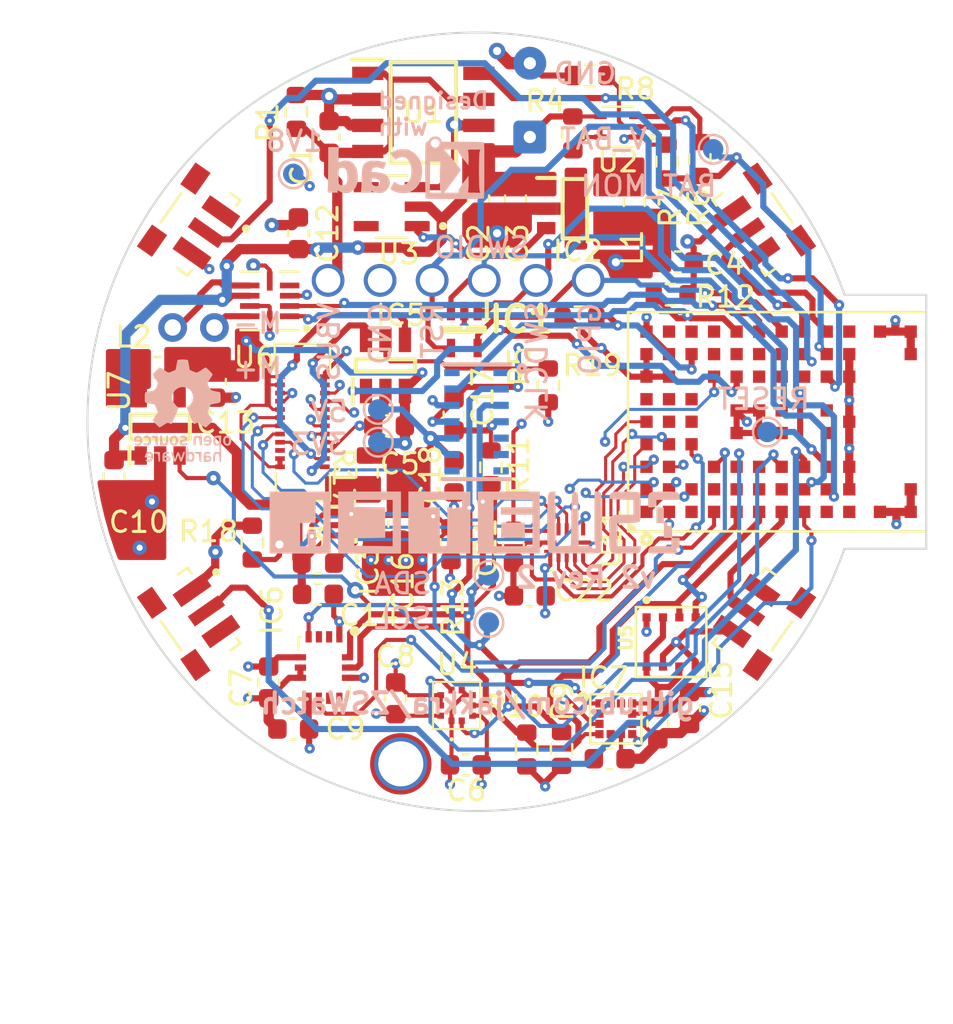
<source format=kicad_pcb>
(kicad_pcb (version 20211014) (generator pcbnew)
  (layers (0 "F.Cu" signal) (1 "In1.Cu" power "GND") (2 "In2.Cu" power "PWR") (31 "B.Cu" signal) (34 "B.Paste" user) (35 "F.Paste" user) (36 "B.SilkS" user "B.Silkscreen") (37 "F.SilkS" user "F.Silkscreen") (38 "B.Mask" user) (39 "F.Mask" user) (44 "Edge.Cuts" user))
  (net 0 "")
  (net 1 "VBUS")
  (net 2 "GND")
  (net 3 "V_BAT")
  (net 4 "+1V8")
  (net 5 "DISPLAY_3V3")
  (net 6 "+5V")
  (net 7 "5V_REG_EN")
  (net 8 "SCL_ANNA")
  (net 9 "LEDK2")
  (net 10 "/~{RESET_BAT_SUP}")
  (net 11 "LEDK1")
  (net 12 "SDA_ANNA")
  (net 19 "MAX30_INT")
  (net 22 "BAT_MON")
  (net 23 "BAT_MON_EN")
  (net 24 "DISPLAY_EN")
  (net 25 "DISPLAY_BLK")
  (net 27 "DISPLAY_DATA")
  (net 28 "DISPLAY_CS")
  (net 29 "DRV_VIB_PWM")
  (net 30 "DISPLAY_DC")
  (net 31 "DRV_VIB_EN")
  (net 32 "DISPLAY_CLK")
  (net 33 "INT2_LIS")
  (net 34 "INT1_LIS")
  (net 35 "CHG")
  (net 38 "/MOTOR_OUT+")
  (net 39 "/MOTOR_OUT-")
  (net 42 "/G2")
  (net 43 "/D2")
  (net 44 "/LX_3V3")
  (net 49 "/SW")
  (net 50 "/TPS_FB")
  (net 51 "SWDIO")
  (net 52 "SWDCLK")
  (net 53 "RESET_N")
  (net 54 "BTN_1")
  (net 56 "BTN_4")
  (net 58 "BTN_2")
  (net 59 "/LX_18")
  (net 63 "BTN_3")
  (net 72 "TOUCH_RST")
  (net 75 "TOUCH_INT")
  (net 76 "TOUCH_SDA")
  (net 78 "DISPLAY_RST")
  (net 82 "TOUCH_SCL")
  (net 85 "/TOUCH_HIGH_RST-SDA")
  (net 86 "/TOUCH_HIGH_SDA-SCL")
  (net 87 "/TOUCH_HIGH_SCL-CS")
  (net 88 "/TOUCH_HIGH_INT-DC")
  (net 91 "UART_TX")
  (net 96 "/ISET")
  (net 104 "BMP581_INT")
  (net 110 "LIS2MDL_INT")
  (net 113 "/C1")
  (footprint "Resistor_SMD:R_0603_1608Metric" (layer "F.Cu") (at 96.65 106.375 -90)
    (fp_text reference "R13")
    (fp_text value "100k")
  )
  (footprint "Capacitor_SMD:C_0603_1608Metric" (layer "F.Cu") (at 99.8 89.5 -90)
    (fp_text reference "C3")
    (fp_text value "10uF")
  )
  (footprint "SamacSys_Parts:BMP581" (layer "F.Cu") (at 96.925 114.25 90)
    (fp_text reference "U4")
    (fp_text value "BMP581" hide)
  )
  (footprint "SamacSys_Parts:HPA01164RUTR" (layer "F.Cu") (at 102.3 106.3)
    (fp_text reference "U11")
    (fp_text value "TXB0104QRUTRQ1/NTS0104GU12" hide)
  )
  (footprint "Capacitor_SMD:C_0603_1608Metric" (layer "F.Cu") (at 87.75 113.125 -90)
    (fp_text reference "C7")
    (fp_text value "0.1uF")
  )
  (footprint "Capacitor_SMD:C_0603_1608Metric" (layer "F.Cu") (at 93.625 100.6)
    (fp_text reference "C5")
    (fp_text value "1uF")
  )
  (footprint "Capacitor_SMD:C_0603_1608Metric" (layer "F.Cu") (at 96.8 100.05 90)
    (fp_text reference "C17")
    (fp_text value "1uF")
  )
  (footprint "SamacSys_Parts:QFN50P300X250X87-14N" (layer "F.Cu") (at 90.45 112.4 -90)
    (fp_text reference "IC6")
    (fp_text value "BMI270" hide)
  )
  (footprint "user_library:SW_SKRTLAE010" (layer "F.Cu") (at 83.971475 90.649201 -125)
    (fp_text reference "S3" hide)
    (fp_text value "SKRTLAE010")
  )
  (footprint "Capacitor_SMD:C_0603_1608Metric" (layer "F.Cu") (at 97.375 117.15)
    (fp_text reference "C6")
    (fp_text value "0.1uF")
  )
  (footprint "Resistor_SMD:R_0603_1608Metric" (layer "F.Cu") (at 103.425 83.5)
    (fp_text reference "R8")
    (fp_text value "1M0")
  )
  (footprint "Capacitor_SMD:C_0603_1608Metric" (layer "F.Cu") (at 100.5 108.9)
    (fp_text reference "C22")
    (fp_text value "0.1uF")
  )
  (footprint "SamacSys_Parts:SOTFL50P160X60-6N" (layer "F.Cu") (at 91.75 105.45)
    (fp_text reference "IC3")
    (fp_text value "TPS61023DRLT" hide)
  )
  (footprint "Connector_Wire:SolderWire-0.1sqmm_1x02_P3.6mm_D0.4mm_OD1mm" (layer "F.Cu") (at 100.5 86.5 90)
    (fp_text reference "BT1" hide)
    (fp_text value "Battery pack")
  )
  (footprint "user_library:SW_SKRTLAE010" (layer "F.Cu") (at 111.822645 90.649201 125)
    (fp_text reference "S2" hide)
    (fp_text value "SKRTLAE010")
  )
  (footprint "Capacitor_SMD:C_0603_1608Metric" (layer "F.Cu") (at 90.15 108.825)
    (fp_text reference "C14")
    (fp_text value "10uF")
  )
  (footprint "MountingHole:MountingHole_2.2mm_M2_DIN965_Pad_TopOnly" (layer "F.Cu") (at 94.2 117.1)
    (fp_text reference "H1" hide)
    (fp_text value "MountingHole")
  )
  (footprint "Capacitor_SMD:C_0603_1608Metric" (layer "F.Cu") (at 89.2 91.2 -90)
    (fp_text reference "C12")
    (fp_text value "0.1uF")
  )
  (footprint "Resistor_SMD:R_0603_1608Metric" (layer "F.Cu") (at 92.55 102.875 90)
    (fp_text reference "R17")
    (fp_text value "732k")
  )
  (footprint "Resistor_SMD:R_0603_1608Metric" (layer "F.Cu") (at 107.375 94.2)
    (fp_text reference "R12")
    (fp_text value "100k")
  )
  (footprint "Capacitor_SMD:C_0603_1608Metric" (layer "F.Cu") (at 94.1 105.375 -90)
    (fp_text reference "C16")
    (fp_text value "47uF")
  )
  (footprint "Capacitor_SMD:C_0603_1608Metric" (layer "F.Cu") (at 104.4 116.85)
    (fp_text reference "C11" hide)
    (fp_text value "220nF")
  )
  (footprint "user_library:IC_BME688" (layer "F.Cu") (at 107.4 111.15 90)
    (fp_text reference "U5")
    (fp_text value "BME688")
  )
  (footprint "Resistor_SMD:R_0603_1608Metric" (layer "F.Cu") (at 89.1 85.275 90)
    (fp_text reference "R1")
    (fp_text value "10k")
  )
  (footprint "user_library:ER-24F24-04" (layer "F.Cu") (at 89.397056 100.4 90)
    (fp_text reference "U13" hide)
    (fp_text value "GC9A01A_CST816S")
  )
  (footprint "user_library:DRV2603RUNT" (layer "F.Cu") (at 87.8 94.5 180)
    (fp_text reference "U6")
    (fp_text value "DRV2603RUNT" hide)
  )
  (footprint "user_library:SOT95P275X110-5N" (layer "F.Cu") (at 93.755 89.9 180)
    (fp_text reference "U3")
    (fp_text value "NCV300LSN36T1G")
  )
  (footprint "SamacSys_Parts:SOT95P280X130-5N" (layer "F.Cu") (at 82.45 100.65 90)
    (fp_text reference "U7")
    (fp_text value "XC9265A331MR-G" hide)
  )
  (footprint "user_library:DMC2400UV-7" (layer "F.Cu") (at 104.8 86 180)
    (fp_text reference "U2")
    (fp_text value "DMC2400UV-7" hide)
  )
  (footprint "Capacitor_SMD:C_0603_1608Metric" (layer "F.Cu") (at 96.8 103.075 -90)
    (fp_text reference "C18")
    (fp_text value "1uF")
  )
  (footprint "SamacSys_Parts:LGA-12" (layer "F.Cu") (at 104.7 114.9)
    (fp_text reference "IC7")
    (fp_text value "LIS2MDLTR" hide)
  )
  (footprint "SamacSys_Parts:SOT95P280X130-5N" (layer "F.Cu") (at 102.7 90)
    (fp_text reference "IC2")
    (fp_text value "XC9265C181MR-G" hide)
  )
  (footprint "user_library:SW_SKRTLAE010" (layer "F.Cu") (at 83.971475 110.150799 -55)
    (fp_text reference "S1" hide)
    (fp_text value "SKRTLAE010")
  )
  (footprint "Capacitor_SMD:C_0603_1608Metric" (layer "F.Cu") (at 106.75 115.125 90)
    (fp_text reference "C19" hide)
    (fp_text value "0.1uF")
  )
  (footprint "Resistor_SMD:R_0603_1608Metric" (layer "F.Cu") (at 107.2 87.7 90)
    (fp_text reference "R7")
    (fp_text value "220k")
  )
  (footprint "Capacitor_SMD:C_0603_1608Metric" (layer "F.Cu") (at 85.15 98.45 -90)
    (fp_text reference "C13")
    (fp_text value "22uF")
  )
  (footprint "SamacSys_Parts:SOT95P280X110-6N" (layer "F.Cu") (at 93.45 97.65 90)
    (fp_text reference "IC5")
    (fp_text value "FAN5622SX" hide)
  )
  (footprint "user_library:SW_SKRTLAE010" (layer "F.Cu") (at 111.822645 110.150799 55)
    (fp_text reference "S4" hide)
    (fp_text value "SKRTLAE010")
  )
  (footprint "Resistor_SMD:R_0603_1608Metric" (layer "F.Cu") (at 102.05 116.375 -90)
    (fp_text reference "R9")
    (fp_text value "4.7k")
  )
  (footprint "Capacitor_SMD:C_0603_1608Metric" (layer "F.Cu") (at 99.7 106.5 90)
    (fp_text reference "C21")
    (fp_text value "0.1uF")
  )
  (footprint "Capacitor_SMD:C_0603_1608Metric" (layer "F.Cu") (at 90.7 86.5 90)
    (fp_text reference "C1")
    (fp_text value "4.7uF")
  )
  (footprint "Capacitor_SMD:C_0603_1608Metric" (layer "F.Cu") (at 107.725 92.6)
    (fp_text reference "C4")
    (fp_text value "22uF")
  )
  (footprint "Resistor_SMD:R_0603_1608Metric" (layer "F.Cu") (at 100.35 116.4 -90)
    (fp_text reference "R10")
    (fp_text value "4.7k")
  )
  (footprint "Resistor_SMD:R_0603_1608Metric" (layer "F.Cu") (at 108.8 87.575 -90)
    (fp_text reference "R6")
    (fp_text value "1M5")
  )
  (footprint "Inductor_SMD:L_0603_1608Metric" (layer "F.Cu") (at 105.6 89.7 -90)
    (fp_text reference "L1")
    (fp_text value "10uH")
  )
  (footprint "Inductor_SMD:L_0603_1608Metric" (layer "F.Cu") (at 82.3125 97.75)
    (fp_text reference "L2")
    (fp_text value "10uH")
  )
  (footprint "Resistor_SMD:R_0603_1608Metric" (layer "F.Cu") (at 102.925 95.3)
    (fp_text reference "R19")
    (fp_text value "4.7k")
  )
  (footprint "Resistor_SMD:R_0603_1608Metric" (layer "F.Cu") (at 102.6 86.325 -90)
    (fp_text reference "R4")
    (fp_text value "1M0")
  )
  (footprint "Capacitor_SMD:C_0603_1608Metric" (layer "F.Cu") (at 108.3 114.375 -90)
    (fp_text reference "C15")
    (fp_text value "10uF")
  )
  (footprint "Capacitor_SMD:C_0603_1608Metric" (layer "F.Cu") (at 98 89.5 90)
    (fp_text reference "C2")
    (fp_text value "2.2uF")
  )
  (footprint "user_library:NORA_LGA82R_1430X1040X180_ANT" (layer "F.Cu") (at 111.697056 100.4)
    (fp_text reference "U10" hide)
    (fp_text value "0_NORA-B106" hide)
  )
  (footprint "user_library:TestPoint_2Pads_Pitch2.54mm_Drill0.8mm" (layer "F.Cu") (at 85.1 95.8 180)
    (fp_text reference "M1" hide)
    (fp_text value "Vibrator DC Motor")
  )
  (footprint "Resistor_SMD:R_0603_1608Metric" (layer "F.Cu") (at 86.95 106.3 -90)
    (fp_text reference "R18")
    (fp_text value "100k")
  )
  (footprint "Capacitor_SMD:C_0603_1608Metric" (layer "F.Cu") (at 88.95 115.4)
    (fp_text reference "C9")
    (fp_text value "0.1uF")
  )
  (footprint "Inductor_SMD:L_0603_1608Metric" (layer "F.Cu") (at 90.15 107.3)
    (fp_text reference "L3")
    (fp_text value "1uH")
  )
  (footprint "Resistor_SMD:R_0603_1608Metric" (layer "F.Cu") (at 101.4 98.625 90)
    (fp_text reference "R5")
    (fp_text value "10k")
  )
  (footprint "SamacSys_Parts:SOIC127P600X175-8N" (layer "F.Cu") (at 95.3 85.3)
    (fp_text reference "U1")
    (fp_text value "MAX1811ESA+" hide)
  )
  (footprint "SamacSys_Parts:SOT65P210X110-5L" (layer "F.Cu") (at 97.3 95.9 -90)
    (fp_text reference "IC1")
    (fp_text value "ESDALC6V1W5" hide)
  )
  (footprint "Capacitor_SMD:C_0603_1608Metric" (layer "F.Cu") (at 80.2 103.05 -90)
    (fp_text reference "C10")
    (fp_text value "10uF")
  )
  (footprint "Resistor_SMD:R_0603_1608Metric" (layer "F.Cu") (at 98.6 102.625 90)
    (fp_text reference "R11")
    (fp_text value "100k")
  )
  (footprint "Capacitor_SMD:C_0603_1608Metric" (layer "F.Cu") (at 93.95 113.9 -90)
    (fp_text reference "C8")
    (fp_text value "0.1uF")
  )
  (footprint "TestPoint:TestPoint_Pad_D1.0mm" (layer "B.Cu") (at 112.1 100.9 180)
    (fp_text reference "TP12" hide)
    (fp_text value "MR")
  )
  (footprint "LOGO" (layer "B.Cu") (at 94.337522 87.903242 180)
    (fp_text reference "G***" hide)
    (fp_text value "LOGO" hide)
  )
  (footprint "user_library:rtlecs-6-pin-2-54" (layer "B.Cu") (at 97 93.5 180)
    (fp_text reference "J2" hide)
    (fp_text value "Charger and programming header (Placeholder)")
  )
  (footprint "TestPoint:TestPoint_Pad_D1.0mm" (layer "B.Cu") (at 98.5 110.2 180)
    (fp_text reference "TP9" hide)
    (fp_text value "MR")
  )
  (footprint "SamacSys_Parts:14-LEAD-OESIP" (layer "B.Cu") (at 97.897056 100.4 180)
    (fp_text reference "IC4" hide)
    (fp_text value "MAX30101EFD+T" hide)
  )
  (footprint "TestPoint:TestPoint_Pad_D1.0mm" (layer "B.Cu") (at 88.95 88.3 180)
    (fp_text reference "TP8" hide)
    (fp_text value "1V8")
  )
  (footprint "LOGO" (layer "B.Cu") (at 83.55 99.85 180)
    (fp_text reference "G***" hide)
    (fp_text value "LOGO" hide)
  )
  (footprint "TestPoint:TestPoint_Pad_D1.0mm" (layer "B.Cu") (at 109.45 87.1 180)
    (fp_text reference "TP3" hide)
    (fp_text value "BAT_MON")
  )
  (footprint "TestPoint:TestPoint_Pad_D1.0mm" (layer "B.Cu") (at 98.5 107.9 180)
    (fp_text reference "TP10" hide)
    (fp_text value "MR")
  )
  (footprint "LOGO" (layer "B.Cu") (at 97.825 105.3 180)
    (fp_text reference "G***" hide)
    (fp_text value "LOGO" hide)
  )
  (footprint "TestPoint:TestPoint_Pad_D1.0mm" (layer "B.Cu") (at 93.1 101.4 180)
    (fp_text reference "TP11" hide)
    (fp_text value "MR")
  )
  (footprint "TestPoint:TestPoint_Pad_D1.0mm" (layer "B.Cu") (at 93.1 99.8 180)
    (fp_text reference "TP1" hide)
    (fp_text value "MR")
  )
  (gr_line (start 115.857011 94.2) (end 119.857011 94.2) (layer "Edge.Cuts") (width 0.1))
  (gr_arc (start 115.857011 106.6) (mid 78.897056 100.4) (end 115.857011 94.2) (layer "Edge.Cuts") (width 0.1))
  (gr_line (start 119.857011 106.6) (end 115.857011 106.6) (layer "Edge.Cuts") (width 0.1))
  (gr_line (start 119.857011 94.2) (end 119.857011 106.6) (layer "Edge.Cuts") (width 0.1))
  (gr_text "SDA" (at 94.3 108.3) (layer "B.SilkS") (effects (font (size 1 1) (thickness 0.154)) (justify mirror)))
  (gr_text "5V" (at 90.7 99.9) (layer "B.SilkS") (effects (font (size 1 1) (thickness 0.154)) (justify mirror)))
  (gr_text "GND" (at 103.2 83.4) (layer "B.SilkS") (effects (font (size 1 1) (thickness 0.154)) (justify mirror)))
  (gr_text "SCL" (at 94.3 110) (layer "B.SilkS") (effects (font (size 1 1) (thickness 0.154)) (justify mirror)))
  (gr_text "RESET" (at 111.9 99.3) (layer "B.SilkS") (effects (font (size 1 1) (thickness 0.154)) (justify mirror)))
  (gr_text "Designed\nwith" (at 93 85.375) (layer "B.SilkS") (effects (font (size 0.8 0.8)) (justify right mirror)))
  (gr_text "BAT_MON" (at 106.3 88.9) (layer "B.SilkS") (effects (font (size 1 1) (thickness 0.154)) (justify mirror)))
  (gr_text "GND" (at 93.2 96.1 90) (layer "B.SilkS") (effects (font (size 1 1) (thickness 0.154)) (justify mirror)))
  (gr_text "SWDIO" (at 98.15 91.9) (layer "B.SilkS") (effects (font (size 1 1) (thickness 0.154)) (justify mirror)))
  (gr_text "3V3" (at 90.2 101.5) (layer "B.SilkS") (effects (font (size 1 1) (thickness 0.154)) (justify mirror)))
  (gr_text "VBUS" (at 90.7 96.5 90) (layer "B.SilkS") (effects (font (size 1 1) (thickness 0.154)) (justify mirror)))
  (gr_text "M+" (at 87.2 97.8) (layer "B.SilkS") (effects (font (size 1 1) (thickness 0.154)) (justify mirror)))
  (gr_text "v2 Rev 2" (at 103.25 108) (layer "B.SilkS") (effects (font (size 1 1) (thickness 0.2)) (justify mirror)))
  (gr_text "V_BAT" (at 104.1 86.6) (layer "B.SilkS") (effects (font (size 1 1) (thickness 0.154)) (justify mirror)))
  (gr_text "GPIO" (at 103.45 96.35 90) (layer "B.SilkS") (effects (font (size 1 1) (thickness 0.154)) (justify mirror)))
  (gr_text "github.com/jakkra/ZSWatch" (at 97.95 114.15) (layer "B.SilkS") (effects (font (size 1 1) (thickness 0.2)) (justify mirror)))
  (gr_text "SWDCLK" (at 100.85 97.5 90) (layer "B.SilkS") (effects (font (size 1 1) (thickness 0.154)) (justify mirror)))
  (gr_text "1V8" (at 89 86.7) (layer "B.SilkS") (effects (font (size 1 1) (thickness 0.154)) (justify mirror)))
  (gr_text "RST" (at 95.75 95.95 90) (layer "B.SilkS") (effects (font (size 1 1) (thickness 0.154)) (justify mirror)))
  (gr_text "M-" (at 87.2 95.6) (layer "B.SilkS") (effects (font (size 1 1) (thickness 0.154)) (justify mirror)))
  (segment (start 90.7 93.5) (end 91.1 93.1) (width 0.5) (layer "F.Cu") (net 1))
  (segment (start 92.588 83.395) (end 93.395 83.395) (width 0.3) (layer "F.Cu") (net 1))
  (segment (start 93.7 83.7) (end 93.7 86.9) (width 0.3) (layer "F.Cu") (net 1))
  (segment (start 89.1 86.1) (end 89.525 86.1) (width 0.3) (layer "F.Cu") (net 1))
  (segment (start 93.395 87.205) (end 92.588 87.205) (width 0.3) (layer "F.Cu") (net 1))
  (segment (start 92.518 87.275) (end 92.588 87.205) (width 0.5) (layer "F.Cu") (net 1))
  (segment (start 91.1 88.7) (end 90.7 88.3) (width 0.5) (layer "F.Cu") (net 1))
  (segment (start 91.1 93.1) (end 91.1 88.7) (width 0.5) (layer "F.Cu") (net 1))
  (segment (start 96.565 84.665) (end 98.012 84.665) (width 0.3) (layer "F.Cu") (net 1))
  (segment (start 90.7 88.3) (end 90.7 87.275) (width 0.5) (layer "F.Cu") (net 1))
  (segment (start 95.6 83.7) (end 96.565 84.665) (width 0.3) (layer "F.Cu") (net 1))
  (segment (start 93.7 86.9) (end 93.395 87.205) (width 0.3) (layer "F.Cu") (net 1))
  (segment (start 89.525 86.1) (end 90.7 87.275) (width 0.3) (layer "F.Cu") (net 1))
  (segment (start 93.7 83.7) (end 95.6 83.7) (width 0.3) (layer "F.Cu") (net 1))
  (segment (start 90.7 87.275) (end 92.518 87.275) (width 0.5) (layer "F.Cu") (net 1))
  (segment (start 93.395 83.395) (end 93.7 83.7) (width 0.3) (layer "F.Cu") (net 1))
  (segment (start 92.588 84.665) (end 90.865 84.665) (width 0.5) (layer "F.Cu") (net 2))
  (segment (start 116.097059 98.199996) (end 116.097059 99.352941) (width 0.4) (layer "F.Cu") (net 2))
  (segment (start 107 111.8) (end 107.65 111.15) (width 0.3) (layer "F.Cu") (net 2))
  (segment (start 117.597056 104.799998) (end 118.450002 104.799998) (width 0.4) (layer "F.Cu") (net 2))
  (segment (start 87.75 114.975) (end 88.175 115.4) (width 0.5) (layer "F.Cu") (net 2))
  (segment (start 102.6 83.5) (end 101.1 83.5) (width 0.3) (layer "F.Cu") (net 2))
  (segment (start 105.95 116.85) (end 105.175 116.85) (width 0.5) (layer "F.Cu") (net 2))
  (segment (start 105.6485 86.499999) (end 105.200001 86.499999) (width 0.2) (layer "F.Cu") (net 2))
  (segment (start 118.4 105.4) (end 118.4 104.85) (width 0.4) (layer "F.Cu") (net 2))
  (segment (start 107.05 115.6) (end 107.85 115.6) (width 0.5) (layer "F.Cu") (net 2))
  (segment (start 92.193798 100.594504) (end 92.005496 100.594504) (width 0.15) (layer "F.Cu") (net 2))
  (segment (start 85.1372 107.5) (end 85.1372 106.7628) (width 0.4) (layer "F.Cu") (net 2))
  (segment (start 110.382777 110.638041) (end 108.161959 110.638041) (width 0.3) (layer "F.Cu") (net 2))
  (segment (start 108.6 112.1) (end 107.65 111.15) (width 0.3) (layer "F.Cu") (net 2))
  (segment (start 105.5 115.15) (end 106 115.15) (width 0.2) (layer "F.Cu") (net 2))
  (segment (start 88.302056 99.4) (end 88.5 99.4) (width 0.15) (layer "F.Cu") (net 2))
  (segment (start 87.8 93) (end 87.5745 92.7745) (width 0.2) (layer "F.Cu") (net 2))
  (segment (start 86.825001 94.75) (end 87.75 94.75) (width 0.2) (layer "F.Cu") (net 2))
  (segment (start 91.525 85.725) (end 90.7 85.725) (width 0.5) (layer "F.Cu") (net 2))
  (segment (start 110.382777 90.161959) (end 110.238041 90.161959) (width 0.3) (layer "F.Cu") (net 2))
  (segment (start 85.1372 107.5) (end 84.006081 108.631119) (width 0.4) (layer "F.Cu") (net 2))
  (segment (start 103.4255 106.3) (end 103.6255 106.5) (width 0.2) (layer "F.Cu") (net 2))
  (segment (start 96.1 88.95) (end 96.8 88.25) (width 0.3) (layer "F.Cu") (net 2))
  (segment (start 89.1 84.45) (end 90.65 84.45) (width 0.5) (layer "F.Cu") (net 2))
  (segment (start 108.5 93.9) (end 108.5 92.6) (width 0.3) (layer "F.Cu") (net 2))
  (segment (start 96.65 108) (end 96.6 108.05) (width 0.2) (layer "F.Cu") (net 2))
  (segment (start 87.8 95.474999) (end 87.8 96.2) (width 0.2) (layer "F.Cu") (net 2))
  (segment (start 99.5 82.9) (end 98.9 82.3) (width 0.6) (layer "F.Cu") (net 2))
  (segment (start 118.349998 95.999998) (end 117.597056 95.999998) (width 0.4) (layer "F.Cu") (net 2))
  (segment (start 97.7 114.75) (end 98.1 114.75) (width 0.2) (layer "F.Cu") (net 2))
  (segment (start 85.1372 106.7628) (end 85.15 106.75) (width 0.4) (layer "F.Cu") (net 2))
  (segment (start 106.75 115.9) (end 106.75 116.05) (width 0.5) (layer "F.Cu") (net 2))
  (segment (start 105.6485 86.499999) (end 105.999999 86.499999) (width 0.2) (layer "F.Cu") (net 2))
  (segment (start 110.597056 100.949998) (end 110.597056 99.85) (width 0.3) (layer "F.Cu") (net 2))
  (segment (start 96.8 88.25) (end 96.8 85.9) (width 0.3) (layer "F.Cu") (net 2))
  (segment (start 106.197056 95.999995) (end 106.197056 95.302944) (width 0.3) (layer "F.Cu") (net 2))
  (segment (start 87.75 94.75) (end 87.8 94.8) (width 0.2) (layer "F.Cu") (net 2))
  (segment (start 104.95 115.65) (end 104.95 116.625) (width 0.2) (layer "F.Cu") (net 2))
  (segment (start 98.6 100.630893) (end 98.6495 100.581393) (width 0.2) (layer "F.Cu") (net 2))
  (segment (start 105.999999 86.499999) (end 106.375 86.875) (width 0.2) (layer "F.Cu") (net 2))
  (segment (start 107 112.35) (end 107 111.8) (width 0.3) (layer "F.Cu") (net 2))
  (segment (start 86.125 99.225) (end 86.15 99.2) (width 0.5) (layer "F.Cu") (net 2))
  (segment (start 85.15 99.225) (end 86.125 99.225) (width 0.5) (layer "F.Cu") (net 2))
  (segment (start 99.7 107.275) (end 99.7 108.875) (width 0.3) (layer "F.Cu") (net 2))
  (segment (start 106 115.15) (end 106.75 115.9) (width 0.2) (layer "F.Cu") (net 2))
  (segment (start 108.35 115.15) (end 109 114.5) (width 0.5) (layer "F.Cu") (net 2))
  (segment (start 85.15 106.05) (end 85.725 105.475) (width 0.4) (layer "F.Cu") (net 2))
  (segment (start 106.2 109.95) (end 106.2 110.65) (width 0.3) (layer "F.Cu") (net 2))
  (segment (start 96.65 107.2) (end 96.65 108) (width 0.2) (layer "F.Cu") (net 2))
  (segment (start 90.8 101.8) (end 91 101.6) (width 0.15) (layer "F.Cu") (net 2))
  (segment (start 94.575 113.75) (end 96.15 113.75) (width 0.2) (layer "F.Cu") (net 2))
  (segment (start 116.097059 102.599997) (end 116.097059 101.702941) (width 0.4) (layer "F.Cu") (net 2))
  (segment (start 103.1 106.3) (end 103.4255 106.3) (width 0.2) (layer "F.Cu") (net 2))
  (segment (start 89.615325 94.2005) (end 89.565825 94.25) (width 0.2) (layer "F.Cu") (net 2))
  (segment (start 108.5 91.9) (end 108.2 91.6) (width 0.3) (layer "F.Cu") (net 2))
  (segment (start 98.405893 100.825) (end 98.6495 100.581393) (width 0.3) (layer "F.Cu") (net 2))
  (segment (start 105.200001 86.499999) (end 105.1 86.6) (width 0.2) (layer "F.Cu") (net 2))
  (segment (start 98.012 85.935) (end 96.835 85.935) (width 0.5) (layer "F.Cu") (net 2))
  (segment (start 99.725 108.9) (end 99 108.9) (width 0.3) (layer "F.Cu") (net 2))
  (segment (start 93.95 113.125) (end 94.575 113.75) (width 0.2) (layer "F.Cu") (net 2))
  (segment (start 92.005496 100.594504) (end 91 101.6) (width 0.15) (layer "F.Cu") (net 2))
  (segment (start 107.85 115.6) (end 108.3 115.15) (width 0.5) (layer "F.Cu") (net 2))
  (segment (start 108.6 112.35) (end 108.6 112.1) (width 0.3) (layer "F.Cu") (net 2))
  (segment (start 85.725 105.475) (end 86.95 105.475) (width 0.4) (layer "F.Cu") (net 2))
  (segment (start 116.097059 98.199996) (end 116.097059 97.099995) (width 0.4) (layer "F.Cu") (net 2))
  (segment (start 110.238041 90.161959) (end 108.8 91.6) (width 0.3) (layer "F.Cu") (net 2))
  (segment (start 96.835 85.935) (end 96.8 85.9) (width 0.5) (layer "F.Cu") (net 2))
  (segment (start 100.5 82.9) (end 99.5 82.9) (width 0.6) (layer "F.Cu") (net 2))
  (segment (start 90.7 85.725) (end 90.7 84.5) (width 0.5) (layer "F.Cu") (net 2))
  (segment (start 88.75 112.9) (end 87.75 113.9) (width 0.3) (layer "F.Cu") (net 2))
  (segment (start 108.161959 110.638041) (end 107.65 111.15) (width 0.3) (layer "F.Cu") (net 2))
  (segment (start 116.097059 101.697059) (end 116.1 101.7) (width 0.4) (layer "F.Cu") (net 2))
  (segment (start 92.85 100.6) (end 92.199294 100.6) (width 0.3) (layer "F.Cu") (net 2))
  (segment (start 110.597056 99.85) (end 111.697056 99.85) (width 0.3) (layer "F.Cu") (net 2))
  (segment (start 106.75 116.05) (end 105.95 116.85) (width 0.5) (layer "F.Cu") (net 2))
  (segment (start 89.565825 94.25) (end 88.774999 94.25) (width 0.2) (layer "F.Cu") (net 2))
  (segment (start 119.097056 95.999998) (end 118.349998 95.999998) (width 0.4) (layer "F.Cu") (net 2))
  (segment (start 108.8 91.6) (end 108.2 91.6) (width 0.3) (layer "F.Cu") (net 2))
  (segment (start 99.7 108.875) (end 99.725 108.9) (width 0.3) (layer "F.Cu") (net 2))
  (segment (start 89.2 90.425) (end 89.2 90.5) (width 0.5) (layer "F.Cu") (net 2))
  (segment (start 101.1 83.5) (end 100.5 82.9) (width 0.3) (layer "F.Cu") (net 2))
  (segment (start 89.3 112.4) (end 89.3 112.9) (width 0.3) (layer "F.Cu") (net 2))
  (segment (start 101.4 99.45) (end 101.4 100.4) (width 0.3) (layer "F.Cu") (net 2))
  (segment (start 92.199294 100.6) (end 92.193798 100.594504) (width 0.3) (layer "F.Cu") (net 2))
  (segment (start 108.2 94.2) (end 108.5 93.9) (width 0.3) (layer "F.Cu") (net 2))
  (segment (start 97.3 95) (end 97.3 95.7995) (width 0.25) (layer "F.Cu") (net 2))
  (segment (start 90.65 84.45) (end 90.7 84.5) (width 0.5) (layer "F.Cu") (net 2))
  (segment (start 90.492056 101.4) (end 90.8 101.4) (width 0.15) (layer "F.Cu") (net 2))
  (segment (start 107.297056 103.699997) (end 107.650776 103.346277) (width 0.3) (layer "F.Cu") (net 2))
  (segment (start 87.5745 92.7745) (end 87 92.7745) (width 0.2) (layer "F.Cu") (net 2))
  (segment (start 84.7872 92.95) (end 84.006081 92.168881) (width 0.3) (layer "F.Cu") (net 2))
  (segment (start 106.197056 95.999995) (end 107.297056 97.099995) (width 0.3) (layer "F.Cu") (net 2))
  (segment (start 98.6 101.8) (end 98.6 100.630893) (width 0.2) (layer "F.Cu") (net 2))
  (segment (start 110.597056 100.949998) (end 111.697056 100.949998) (width 0.3) (layer "F.Cu") (net 2))
  (segment (start 90.925 109.875) (end 91.2 110.15) (width 0.25) (layer "F.Cu") (net 2))
  (segment (start 104.95 116.625) (end 105.175 116.85) (width 0.2) (layer "F.Cu") (net 2))
  (segment (start 111.697056 100.949998) (end 111.697056 99.85) (width 0.3) (layer "F.Cu") (net 2))
  (segment (start 118.450002 104.799998) (end 119.097056 104.799998) (width 0.4) (layer "F.Cu") (net 2))
  (segment (start 116.097059 102.599997) (end 116.097059 103.699997) (width 0.4) (layer "F.Cu") (net 2))
  (segment (start 90.865 84.665) (end 90.7 84.5) (width 0.5) (layer "F.Cu") (net 2))
  (segment (start 110.597056 99.897056) (end 111.1 100.4) (width 0.3) (layer "F.Cu") (net 2))
  (segment (start 110.597056 99.85) (end 110.597056 99.897056) (width 0.3) (layer "F.Cu") (net 2))
  (segment (start 96.8 100.825) (end 98.405893 100.825) (width 0.3) (layer "F.Cu") (net 2))
  (segment (start 106.197056 95.302944) (end 106.2 95.3) (width 0.3) (layer "F.Cu") (net 2))
  (segment (start 119.097056 97.099998) (end 119.097056 95.999998) (width 0.4) (layer "F.Cu") (net 2))
  (segment (start 93.45 100) (end 92.85 100.6) (width 0.3) (layer "F.Cu") (net 2))
  (segment (start 86.75 113.9) (end 87.75 113.9) (width 0.3) (layer "F.Cu") (net 2))
  (segment (start 118.349998 95.450002) (end 118.35 95.45) (width 0.4) (layer "F.Cu") (net 2))
  (segment (start 93.95 113.125) (end 93.95 112.2) (width 0.2) (layer "F.Cu") (net 2))
  (segment (start 106.75 115.9) (end 107.05 115.6) (width 0.5) (layer "F.Cu") (net 2))
  (segment (start 89.3 112.9) (end 88.75 112.9) (width 0.3) (layer "F.Cu") (net 2))
  (segment (start 88.9 90.8) (end 87.9 90.8) (width 0.5) (layer "F.Cu") (net 2))
  (segment (start 98.1 114.75) (end 98.4 115.05) (width 0.2) (layer "F.Cu") (net 2))
  (segment (start 106.197056 104.799998) (end 107.297056 103.699997) (width 0.3) (layer "F.Cu") (net 2))
  (segment (start 91.2 110.9) (end 91.2 110.15) (width 0.3) (layer "F.Cu") (net 2))
  (segment (start 87.75 113.9) (end 87.75 114.975) (width 0.5) (layer "F.Cu") (net 2))
  (segment (start 87.8 94.8) (end 87.8 95.474999) (width 0.2) (layer "F.Cu") (net 2))
  (segment (start 88.302056 99) (end 88.9 99) (width 0.15) (layer "F.Cu") (net 2))
  (segment (start 90.925 108.825) (end 90.925 109.875) (width 0.25) (layer "F.Cu") (net 2))
  (segment (start 108.5 92.6) (end 108.5 91.9) (width 0.3) (layer "F.Cu") (net 2))
  (segment (start 96.15 113.75) (end 96.15 114.25) (width 0.2) (layer "F.Cu") (net 2))
  (segment (start 90.8 101.4) (end 91 101.6) (width 0.15) (layer "F.Cu") (net 2))
  (segment (start 93.45 98.9) (end 93.45 100) (width 0.3) (layer "F.Cu") (net 2))
  (segment (start 116.097059 101.702941) (end 116.1 101.7) (width 0.4) (layer "F.Cu") (net 2))
  (segment (start 96.8 103.85) (end 96.8 104.55) (width 0.3) (layer "F.Cu") (net 2))
  (segment (start 85.15 106.05) (end 85.15 106.75) (width 0.4) (layer "F.Cu") (net 2))
  (segment (start 118.4 104.85) (end 118.450002 104.799998) (width 0.4) (layer "F.Cu") (net 2))
  (segment (start 119.097056 104.799998) (end 119.097056 103.7) (width 0.4) (layer "F.Cu") (net 2))
  (segment (start 106.375 86.875) (end 107.2 86.875) (width 0.2) (layer "F.Cu") (net 2))
  (segment (start 90.492056 101.8) (end 90.8 101.8) (width 0.15) (layer "F.Cu") (net 2))
  (segment (start 116.097059 100.399996) (end 116.097059 101.697059) (width 0.4) (layer "F.Cu") (net 2))
  (segment (start 92.588 85.935) (end 91.735 85.935) (width 0.5) (layer "F.Cu") (net 2))
  (segment (start 88.5 99.4) (end 88.9 99) (width 0.15) (layer "F.Cu") (net 2))
  (segment (start 84.85 92.95) (end 84.7872 92.95) (width 0.3) (layer "F.Cu") (net 2))
  (segment (start 95 88.95) (end 96.1 88.95) (width 0.3) (layer "F.Cu") (net 2))
  (segment (start 91.735 85.935) (end 91.525 85.725) (width 0.5) (layer "F.Cu") (net 2))
  (segment (start 116.097059 100.399996) (end 116.097059 99.352941) (width 0.4) (layer "F.Cu") (net 2))
  (segment (start 118.349998 95.999998) (end 118.349998 95.450002) (width 0.4) (layer "F.Cu") (net 2))
  (segment (start 108.3 115.15) (end 108.35 115.15) (width 0.5) (layer "F.Cu") (net 2))
  (segment (start 89.2 90.5) (end 88.9 90.8) (width 0.5) (layer "F.Cu") (net 2))
  (segment (start 87.8 93.525001) (end 87.8 93) (width 0.2) (layer "F.Cu") (net 2))
  (segment (start 98.4 116.9) (end 98.15 117.15) (width 0.2) (layer "F.Cu") (net 2))
  (segment (start 98.4 115.05) (end 98.4 116.9) (width 0.2) (layer "F.Cu") (net 2))
  (segment (start 98.15 117.15) (end 98.15 118.1) (width 0.2) (layer "F.Cu") (net 2))
  (via (at 101.4 100.4) (size 0.5) (drill 0.2) (layers "F.Cu" "B.Cu") (net 2))
  (via (at 91.2 110.15) (size 0.5) (drill 0.2) (layers "F.Cu" "B.Cu") (net 2))
  (via (at 96.8 104.55) (size 0.5) (drill 0.2) (layers "F.Cu" "B.Cu") (net 2))
  (via (at 106.2 95.3) (size 0.5) (drill 0.2) (layers "F.Cu" "B.Cu") (net 2))
  (via (at 84.85 92.95) (size 0.5) (drill 0.2) (layers "F.Cu" "B.Cu") (net 2))
  (via (at 107.65 111.15) (size 0.5) (drill 0.2) (layers "F.Cu" "B.Cu") (net 2))
  (via (at 116.097059 99.352941) (size 0.5) (drill 0.2) (layers "F.Cu" "B.Cu") (net 2))
  (via (at 88.9 99) (size 0.5) (drill 0.2) (layers "F.Cu" "B.Cu") (net 2))
  (via (at 86.75 113.9) (size 0.5) (drill 0.2) (layers "F.Cu" "B.Cu") (net 2))
  (via (at 89.615325 94.2005) (size 0.5) (drill 0.2) (layers "F.Cu" "B.Cu") (net 2))
  (via (at 96.8 85.9) (size 0.8) (drill 0.4) (layers "F.Cu" "B.Cu") (net 2))
  (via (at 93.95 112.2) (size 0.5) (drill 0.2) (layers "F.Cu" "B.Cu") (net 2))
  (via (at 87.8 96.2) (size 0.5) (drill 0.2) (layers "F.Cu" "B.Cu") (net 2))
  (via (at 95.25 107.15) (size 0.5) (drill 0.2) (layers "F.Cu" "B.Cu") (net 2))
  (via (at 118.35 95.45) (size 0.5) (drill 0.2) (layers "F.Cu" "B.Cu") (net 2))
  (via (at 107.650776 103.346277) (size 0.5) (drill 0.2) (layers "F.Cu" "B.Cu") (net 2))
  (via (at 95.75 99.35) (size 0.5) (drill 0.2) (layers "F.Cu" "B.Cu") (net 2))
  (via (at 98.15 118.1) (size 0.5) (drill 0.2) (layers "F.Cu" "B.Cu") (net 2))
  (via (at 93.6 107.15) (size 0.5) (drill 0.2) (layers "F.Cu" "B.Cu") (net 2))
  (via (at 96.6 108.05) (size 0.5) (drill 0.2) (layers "F.Cu" "B.Cu") (net 2))
  (via (at 116.1 101.7) (size 0.5) (drill 0.2) (layers "F.Cu" "B.Cu") (net 2))
  (via (at 92.193798 100.594504) (size 0.5) (drill 0.2) (layers "F.Cu" "B.Cu") (net 2))
  (via (at 98.9 82.3) (size 0.8) (drill 0.4) (layers "F.Cu" "B.Cu") (net 2))
  (via (at 81.45 106.55) (size 0.7) (drill 0.3) (layers "F.Cu" "B.Cu") (net 2))
  (via (at 86.15 99.2) (size 0.5) (drill 0.2) (layers "F.Cu" "B.Cu") (net 2))
  (via (at 94.45 107.15) (size 0.5) (drill 0.2) (layers "F.Cu" "B.Cu") (net 2))
  (via (at 98.6495 100.581393) (size 0.5) (drill 0.2) (layers "F.Cu" "B.Cu") (net 2))
  (via (at 108.2 91.6) (size 0.7) (drill 0.3) (layers "F.Cu" "B.Cu") (net 2))
  (via (at 111.1 100.4) (size 0.5) (drill 0.2) (layers "F.Cu" "B.Cu") (net 2))
  (via (at 82.05 104.3) (size 0.7) (drill 0.3) (layers "F.Cu" "B.Cu") (net 2))
  (via (at 87 92.7745) (size 0.7) (drill 0.3) (layers "F.Cu" "B.Cu") (net 2))
  (via (at 106.2 110.65) (size 0.5) (drill 0.2) (layers "F.Cu" "B.Cu") (net 2))
  (via (at 109 114.5) (size 0.5) (drill 0.2) (layers "F.Cu" "B.Cu") (net 2))
  (via (at 92.75 107.15) (size 0.5) (drill 0.2) (layers "F.Cu" "B.Cu") (net 2))
  (via (at 98.9 91.2) (size 0.8) (drill 0.4) (layers "F.Cu" "B.Cu") (net 2))
  (via (at 87.9 90.8) (size 0.7) (drill 0.3) (layers "F.Cu" "B.Cu") (net 2))
  (via (at 105.1 86.6) (size 0.47) (drill 0.2) (layers "F.Cu" "B.Cu") (net 2))
  (via (at 99 108.9) (size 0.5) (drill 0.2) (layers "F.Cu" "B.Cu") (net 2))
  (via (at 90.7 84.5) (size 0.8) (drill 0.4) (layers "F.Cu" "B.Cu") (net 2))
  (via (at 97.3 95.7995) (size 0.5) (drill 0.2) (layers "F.Cu" "B.Cu") (net 2))
  (via (at 85.15 106.75) (size 0.7) (drill 0.3) (layers "F.Cu" "B.Cu") (net 2))
  (via (at 118.4 105.4) (size 0.5) (drill 0.2) (layers "F.Cu" "B.Cu") (net 2))
  (via (at 103.6255 106.5) (size 0.5) (drill 0.2) (layers "F.Cu" "B.Cu") (net 2))
  (segment (start 96.697056 99.6) (end 96 99.6) (width 0.3) (layer "B.Cu") (net 2))
  (segment (start 96 99.6) (end 95.75 99.35) (width 0.3) (layer "B.Cu") (net 2))
  (segment (start 98.830893 100.4) (end 98.6495 100.581393) (width 0.3) (layer "B.Cu") (net 2))
  (segment (start 99.097056 100.4) (end 98.830893 100.4) (width 0.3) (layer "B.Cu") (net 2))
  (segment (start 86.2 103.8) (end 86.2 101.9) (width 0.5) (layer "F.Cu") (net 3))
  (segment (start 101.5 85.5) (end 100.5 86.5) (width 0.3) (layer "F.Cu") (net 3))
  (segment (start 86.325 91.975) (end 85.7 92.6) (width 0.5) (layer "F.Cu") (net 3))
  (segment (start 80.2 101.25) (end 80.75 100.7) (width 0.5) (layer "F.Cu") (net 3))
  (segment (start 89.15 107.0875) (end 89.15 105.405761) (width 0.5) (layer "F.Cu") (net 3))
  (segment (start 89.3625 107.3) (end 89.3625 108.8125) (width 0.4) (layer "F.Cu") (net 3))
  (segment (start 90.075 91.975) (end 89.2 91.975) (width 0.5) (layer "F.Cu") (net 3))
  (segment (start 94.5 92) (end 94.4 91.9) (width 0.5) (layer "F.Cu") (net 3))
  (segment (start 94.4 91.9) (end 92.1 91.9) (width 0.5) (layer "F.Cu") (net 3))
  (segment (start 89.15 105.405761) (end 88.194239 104.45) (width 0.5) (layer "F.Cu") (net 3))
  (segment (start 98 88.725) (end 96.2 90.525) (width 0.5) (layer "F.Cu") (net 3))
  (segment (start 85.753373 94.446627) (end 85.486671 94.446627) (width 0.3) (layer "F.Cu") (net 3))
  (segment (start 90.1 92) (end 90.075 91.975) (width 0.5) (layer "F.Cu") (net 3))
  (segment (start 88.194239 104.45) (end 86.85 104.45) (width 0.5) (layer "F.Cu") (net 3))
  (segment (start 89.3625 108.8125) (end 89.375 108.825) (width 0.4) (layer "F.Cu") (net 3))
  (segment (start 95.575 89.9) (end 96.2 90.525) (width 0.5) (layer "F.Cu") (net 3))
  (segment (start 86.85 104.45) (end 86.2 103.8) (width 0.5) (layer "F.Cu") (net 3))
  (segment (start 98.012 87.205) (end 99.795 87.205) (width 0.6) (layer "F.Cu") (net 3))
  (segment (start 89.075 107.0125) (end 89.3625 107.3) (width 0.3) (layer "F.Cu") (net 3))
  (segment (start 103.9515 85.500001) (end 102.6 85.5) (width 0.2) (layer "F.Cu") (net 3))
  (segment (start 95.6 92.1) (end 94.6 92.1) (width 0.5) (layer "F.Cu") (net 3))
  (segment (start 86.825001 94.25) (end 85.95 94.25) (width 0.3) (layer "F.Cu") (net 3))
  (segment (start 89.2 91.975) (end 86.325 91.975) (width 0.5) (layer "F.Cu") (net 3))
  (segment (start 86.2 101.9) (end 85 100.7) (width 0.5) (layer "F.Cu") (net 3))
  (segment (start 80.425 102.05) (end 80.2 102.275) (width 0.5) (layer "F.Cu") (net 3))
  (segment (start 89.3625 107.3) (end 89.15 107.0875) (width 0.5) (layer "F.Cu") (net 3))
  (segment (start 85.7 92.6) (end 85.7 92.8) (width 0.5) (layer "F.Cu") (net 3))
  (segment (start 94.6 92.1) (end 94.5 92) (width 0.5) (layer "F.Cu") (net 3))
  (segment (start 90.7125 105.95) (end 89.3625 107.3) (width 0.25) (layer "F.Cu") (net 3))
  (segment (start 95 89.9) (end 95.575 89.9) (width 0.5) (layer "F.Cu") (net 3))
  (segment (start 99.795 87.205) (end 100.5 86.5) (width 0.6) (layer "F.Cu") (net 3))
  (segment (start 85 100.7) (end 80.75 100.7) (width 0.5) (layer "F.Cu") (net 3))
  (segment (start 96.2 91.5) (end 96.2 90.525) (width 0.5) (layer "F.Cu") (net 3))
  (segment (start 95.6 92.1) (end 96.2 91.5) (width 0.5) (layer "F.Cu") (net 3))
  (segment (start 80.2 102.275) (end 80.2 101.25) (width 0.5) (layer "F.Cu") (net 3))
  (segment (start 81.5 102.05) (end 80.425 102.05) (width 0.5) (layer "F.Cu") (net 3))
  (segment (start 85.95 94.25) (end 85.753373 94.446627) (width 0.3) (layer "F.Cu") (net 3))
  (segment (start 90.912 105.95) (end 90.7125 105.95) (width 0.25) (layer "F.Cu") (net 3))
  (segment (start 102.6 85.5) (end 101.5 85.5) (width 0.3) (layer "F.Cu") (net 3))
  (via (at 80.75 100.7) (size 0.7) (drill 0.3) (layers "F.Cu" "B.Cu") (net 3))
  (via (at 85.486671 94.446627) (size 0.7) (drill 0.3) (layers "F.Cu" "B.Cu") (net 3))
  (via (at 92.1 91.9) (size 0.7) (drill 0.3) (layers "F.Cu" "B.Cu") (net 3))
  (via (at 90.1 92) (size 0.7) (drill 0.3) (layers "F.Cu" "B.Cu") (net 3))
  (via (at 85.7 92.8) (size 0.7) (drill 0.3) (layers "F.Cu" "B.Cu") (net 3))
  (segment (start 83.603373 94.446627) (end 83.6 94.45) (width 0.5) (layer "B.Cu") (net 3))
  (segment (start 80.75 96.15) (end 80.75 100.7) (width 0.5) (layer "B.Cu") (net 3))
  (segment (start 90.2 91.9) (end 90.1 92) (width 0.5) (layer "B.Cu") (net 3))
  (segment (start 85.486671 94.446627) (end 83.603373 94.446627) (width 0.5) (layer "B.Cu") (net 3))
  (segment (start 85.7 92.8) (end 85.7 94.233298) (width 0.5) (layer "B.Cu") (net 3))
  (segment (start 85.7 94.233298) (end 85.486671 94.446627) (width 0.5) (layer "B.Cu") (net 3))
  (segment (start 92.1 91.9) (end 90.2 91.9) (width 0.5) (layer "B.Cu") (net 3))
  (segment (start 82.45 94.45) (end 80.75 96.15) (width 0.5) (layer "B.Cu") (net 3))
  (segment (start 83.6 94.45) (end 82.45 94.45) (width 0.5) (layer "B.Cu") (net 3))
  (segment (start 101.5 107.4) (end 101.5 106.95) (width 0.2) (layer "F.Cu") (net 4))
  (segment (start 89.7 113.9) (end 89.7 115.375) (width 0.3) (layer "F.Cu") (net 4))
  (segment (start 96.8 99.275) (end 96.8 99.35) (width 0.3) (layer "F.Cu") (net 4))
  (segment (start 89.725 116.325) (end 89.75 116.35) (width 0.3) (layer "F.Cu") (net 4))
  (segment (start 90.492056 98.007944) (end 91.55 96.95) (width 0.2) (layer "F.Cu") (net 4))
  (segment (start 108.3 113.6) (end 109.25 113.6) (width 0.5) (layer "F.Cu") (net 4))
  (segment (start 106.75 113.35) (end 106.75 114.35) (width 0.3) (layer "F.Cu") (net 4))
  (segment (start 97.3755 98.6995) (end 96.8 99.275) (width 0.3) (layer "F.Cu") (net 4))
  (segment (start 107.8 112.35) (end 107.8 112.85) (width 0.3) (layer "F.Cu") (net 4))
  (segment (start 107.3 113.35) (end 106.75 113.35) (width 0.3) (layer "F.Cu") (net 4))
  (segment (start 106.2 111.7) (end 107 110.9) (width 0.3) (layer "F.Cu") (net 4))
  (segment (start 96.6 117.15) (end 96.6 118.1) (width 0.2) (layer "F.Cu") (net 4))
  (segment (start 101.25 118.125) (end 100.35 117.225) (width 0.3) (layer "F.Cu") (net 4))
  (segment (start 93.025 114.675) (end 93 114.65) (width 0.2) (layer "F.Cu") (net 4))
  (segment (start 89.3 111.9) (end 88.2 111.9) (width 0.3) (layer "F.Cu") (net 4))
  (segment (start 90.492056 98.2) (end 90.492056 98.585) (width 0.2) (layer "F.Cu") (net 4))
  (segment (start 107.297056 98.199996) (end 106.197056 98.199996) (width 0.3) (layer "F.Cu") (net 4))
  (segment (start 89.7 115.375) (end 89.725 115.4) (width 0.3) (layer "F.Cu") (net 4))
  (segment (start 101.2396 107.5505) (end 101.3495 107.5505) (width 0.2) (layer "F.Cu") (net 4))
  (segment (start 104 96.8) (end 103.848529 96.8) (width 0.3) (layer "F.Cu") (net 4))
  (segment (start 90.492056 98.2) (end 90.492056 98.007944) (width 0.2) (layer "F.Cu") (net 4))
  (segment (start 105.399996 98.199996) (end 106.197056 98.199996) (width 0.3) (layer "F.Cu") (net 4))
  (segment (start 107.8 112.85) (end 107.3 113.35) (width 0.3) (layer "F.Cu") (net 4))
  (segment (start 97.7 113.75) (end 97.425 113.75) (width 0.2) (layer "F.Cu") (net 4))
  (segment (start 106.75 114.35) (end 107.55 114.35) (width 0.5) (layer "F.Cu") (net 4))
  (segment (start 96.675 115) (end 96.675 114.3625) (width 0.2) (layer "F.Cu") (net 4))
  (segment (start 106.55 114.15) (end 106.75 114.35) (width 0.2) (layer "F.Cu") (net 4))
  (segment (start 96.8 99.35) (end 95.75 100.4) (width 0.3) (layer "F.Cu") (net 4))
  (segment (start 106.2 112.35) (end 106.2 112.8) (width 0.3) (layer "F.Cu") (net 4))
  (segment (start 94.025 114.75) (end 93.95 114.675) (width 0.2) (layer "F.Cu") (net 4))
  (segment (start 96.675 114.3625) (end 97.2875 113.75) (width 0.2) (layer "F.Cu") (net 4))
  (segment (start 96.675 115) (end 96.675 117.075) (width 0.2) (layer "F.Cu") (net 4))
  (segment (start 101.25 118.2) (end 101.25 118.125) (width 0.3) (layer "F.Cu") (net 4))
  (segment (start 106.197056 97.099995) (end 106.197056 98.199996) (width 0.3) (layer "F.Cu") (net 4))
  (segment (start 101.25 109.75) (end 101.25 108.925) (width 0.2) (layer "F.Cu") (net 4))
  (segment (start 101.25 108.925) (end 101.275 108.9) (width 0.2) (layer "F.Cu") (net 4))
  (segment (start 91.6 112.9) (end 92.4 112.9) (width 0.3) (layer "F.Cu") (net 4))
  (segment (start 93.95 114.675) (end 93.025 114.675) (width 0.2) (layer "F.Cu") (net 4))
  (segment (start 101.25 118) (end 102.05 117.2) (width 0.3) (layer "F.Cu") (net 4))
  (segment (start 107 110.9) (end 107 109.95) (width 0.3) (layer "F.Cu") (net 4))
  (segment (start 101.25 118.2) (end 101.25 118) (width 0.3) (layer "F.Cu") (net 4))
  (segment (start 97.425 113.75) (end 97.175 113.5) (width 0.2) (layer "F.Cu") (net 4))
  (segment (start 103.55 115.15) (end 102.35 113.95) (width 0.2) (layer "F.Cu") (net 4))
  (segment (start 97.2875 113.75) (end 97.7 113.75) (width 0.2) (layer "F.Cu") (net 4))
  (segment (start 103.9 115.15) (end 103.55 115.15) (width 0.2) (layer "F.Cu") (net 4))
  (segment (start 96.675 117.075) (end 96.6 117.15) (width 0.2) (layer "F.Cu") (net 4))
  (segment (start 87.75 112.35) (end 86.75 112.35) (width 0.3) (layer "F.Cu") (net 4))
  (segment (start 88.2 111.9) (end 87.75 112.35) (width 0.3) (layer "F.Cu") (net 4))
  (segment (start 107.55 114.35) (end 108.3 113.6) (width 0.5) (layer "F.Cu") (net 4))
  (segment (start 102.348529 95.3) (end 102.1 95.3) (width 0.3) (layer "F.Cu") (net 4))
  (segment (start 106.2 112.35) (end 106.2 111.7) (width 0.3) (layer "F.Cu") (net 4))
  (segment (start 106.2 112.8) (end 106.75 113.35) (width 0.3) (layer "F.Cu") (net 4))
  (segment (start 99.921558 98.6995) (end 97.3755 98.6995) (width 0.3) (layer "F.Cu") (net 4))
  (segment (start 105.5 114.15) (end 106.55 114.15) (width 0.2) (layer "F.Cu") (net 4))
  (segment (start 101.3495 107.5505) (end 101.5 107.4) (width 0.2) (layer "F.Cu") (net 4))
  (segment (start 102.357106 95.3) (end 102.1 95.3) (width 0.3) (layer "F.Cu") (net 4))
  (segment (start 105.5 114.65) (end 106.45 114.65) (width 0.2) (layer "F.Cu") (net 4))
  (segment (start 103.848529 96.8) (end 102.348529 95.3) (width 0.3) (layer "F.Cu") (net 4))
  (segment (start 96.15 114.75) (end 94.025 114.75) (width 0.2) (layer "F.Cu") (net 4))
  (segment (start 102.35 113.95) (end 102.15 113.95) (width 0.2) (layer "F.Cu") (net 4))
  (segment (start 89.725 115.4) (end 89.725 116.325) (width 0.3) (layer "F.Cu") (net 4))
  (segment (start 106.45 114.65) (end 106.75 114.35) (width 0.2) (layer "F.Cu") (net 4))
  (segment (start 104 96.8) (end 105.399996 98.199996) (width 0.3) (layer "F.Cu") (net 4))
  (via (at 96.6 118.1) (size 0.5) (drill 0.2) (layers "F.Cu" "B.Cu") (net 4))
  (via (at 99.921558 98.6995) (size 0.5) (drill 0.2) (layers "F.Cu" "B.Cu") (net 4))
  (via (at 99.95 96.8) (size 0.5) (drill 0.2) (layers "F.Cu" "B.Cu") (net 4))
  (via (at 91.55 96.95) (size 0.5) (drill 0.2) (layers "F.Cu" "B.Cu") (net 4))
  (via (at 104.7 92.614929) (size 0.8) (drill 0.4) (layers "F.Cu" "B.Cu") (net 4))
  (via (at 89.75 88.9) (size 0.5) (drill 0.2) (layers "F.Cu" "B.Cu") (net 4))
  (via (at 86.75 112.35) (size 0.5) (drill 0.2) (layers "F.Cu" "B.Cu") (net 4))
  (via (at 95.75 100.4) (size 0.5) (drill 0.2) (layers "F.Cu" "B.Cu") (net 4))
  (via (at 109.25 113.6) (size 0.5) (drill 0.2) (layers "F.Cu" "B.Cu") (net 4))
  (via (at 89.75 116.35) (size 0.5) (drill 0.2) (layers "F.Cu" "B.Cu") (net 4))
  (via (at 101.25 109.75) (size 0.5) (drill 0.2) (layers "F.Cu" "B.Cu") (net 4))
  (via (at 101.25 118.2) (size 0.5) (drill 0.2) (layers "F.Cu" "B.Cu") (net 4))
  (via (at 93 114.65) (size 0.5) (drill 0.2) (layers "F.Cu" "B.Cu") (net 4))
  (via (at 101.2396 107.5505) (size 0.5) (drill 0.2) (layers "F.Cu" "B.Cu") (net 4))
  (via (at 92.4 112.9) (size 0.5) (drill 0.2) (layers "F.Cu" "B.Cu") (net 4))
  (via (at 102.15 113.95) (size 0.5) (drill 0.2) (layers "F.Cu" "B.Cu") (net 4))
  (via (at 104 96.8) (size 0.5) (drill 0.2) (layers "F.Cu" "B.Cu") (net 4))
  (segment (start 101.25 107.5609) (end 101.2396 107.5505) (width 0.2) (layer "B.Cu") (net 4))
  (segment (start 99.921558 96.828442) (end 99.95 96.8) (width 0.3) (layer "B.Cu") (net 4))
  (segment (start 101.25 109.75) (end 101.25 107.5609) (width 0.2) (layer "B.Cu") (net 4))
  (segment (start 99.921558 98.6995) (end 99.921558 96.828442) (width 0.3) (layer "B.Cu") (net 4))
  (segment (start 89.15 88.3) (end 89.75 88.9) (width 0.3) (layer "B.Cu") (net 4))
  (segment (start 95.75 100.4) (end 96.697056 100.4) (width 0.3) (layer "B.Cu") (net 4))
  (segment (start 88.95 88.3) (end 89.15 88.3) (width 0.3) (layer "B.Cu") (net 4))
  (segment (start 88.302056 99.8) (end 87.95 99.8) (width 0.15) (layer "F.Cu") (net 5))
  (segment (start 86.857537 99.6) (end 86.4 100.057537) (width 0.15) (layer "F.Cu") (net 5))
  (segment (start 94.4 100.6) (end 94.4 101.45) (width 0.5) (layer "F.Cu") (net 5))
  (segment (start 87.75 98.2) (end 87.7005 98.1505) (width 0.15) (layer "F.Cu") (net 5))
  (segment (start 87.1 96.45) (end 87.7005 97.0505) (width 0.3) (layer "F.Cu") (net 5))
  (segment (start 99.7 100.9) (end 100.1 100.5) (width 0.2) (layer "F.Cu") (net 5))
  (segment (start 86.4 100.057537) (end 86.4 101.25) (width 0.15) (layer "F.Cu") (net 5))
  (segment (start 94.4 98.8495) (end 95.25 97.9995) (width 0.4) (layer "F.Cu") (net 5))
  (segment (start 99.7 104.7) (end 99.7 100.9) (width 0.2) (layer "F.Cu") (net 5))
  (segment (start 88.302056 98.6) (end 87.701 98.6) (width 0.15) (layer "F.Cu") (net 5))
  (segment (start 94.4 98.9) (end 94.4 98.8495) (width 0.5) (layer "F.Cu") (net 5))
  (segment (start 101.425 105.725) (end 101.5 105.65) (width 0.2) (layer "F.Cu") (net 5))
  (segment (start 86.65 96.45) (end 87.1 96.45) (width 0.3) (layer "F.Cu") (net 5))
  (segment (start 99.7 105.725) (end 99.7 104.7) (width 0.2) (layer "F.Cu") (net 5))
  (segment (start 94.4 98.9) (end 94.4 100.6) (width 0.5) (layer "F.Cu") (net 5))
  (segment (start 87.7005 97.0505) (end 87.7005 98.1505) (width 0.3) (layer "F.Cu") (net 5))
  (segment (start 87.95 99.8) (end 87.75 99.6) (width 0.15) (layer "F.Cu") (net 5))
  (segment (start 87.701 98.6) (end 87.7005 98.6005) (width 0.15) (layer "F.Cu") (net 5))
  (segment (start 87.7005 98.1505) (end 87.7005 98.6005) (width 0.3) (layer "F.Cu") (net 5))
  (segment (start 99.7 105.725) (end 101.425 105.725) (width 0.2) (layer "F.Cu") (net 5))
  (segment (start 88.302056 102.6) (end 88.302056 102.24) (width 0.25) (layer "F.Cu") (net 5))
  (segment (start 87.7005 98.6005) (end 87.7005 99.5495) (width 0.3) (layer "F.Cu") (net 5))
  (segment (start 88.302056 98.2) (end 87.75 98.2) (width 0.15) (layer "F.Cu") (net 5))
  (segment (start 87.75 99.6) (end 86.857537 99.6) (width 0.15) (layer "F.Cu") (net 5))
  (segment (start 87.75 102.6) (end 88.302056 102.6) (width 0.15) (layer "F.Cu") (net 5))
  (segment (start 86.4 101.25) (end 87.75 102.6) (width 0.15) (layer "F.Cu") (net 5))
  (via (at 94.4 101.45) (size 0.7) (drill 0.3) (layers "F.Cu" "B.Cu") (net 5))
  (via (at 95.25 97.9995) (size 0.5) (drill 0.2) (layers "F.Cu" "B.Cu") (net 5))
  (via (at 100.1 100.5) (size 0.5) (drill 0.2) (layers "F.Cu" "B.Cu") (net 5))
  (via (at 86.65 96.45) (size 0.5) (drill 0.2) (layers "F.Cu" "B.Cu") (net 5))
  (segment (start 93.15 101.45) (end 93.1 101.4) (width 0.5) (layer "B.Cu") (net 5))
  (segment (start 87.1 96.9) (end 90.65 96.9) (width 0.3) (layer "B.Cu") (net 5))
  (segment (start 90.65 96.9) (end 91.7495 97.9995) (width 0.3) (layer "B.Cu") (net 5))
  (segment (start 91.7495 97.9995) (end 95.25 97.9995) (width 0.3) (layer "B.Cu") (net 5))
  (segment (start 86.65 96.45) (end 87.1 96.9) (width 0.3) (layer "B.Cu") (net 5))
  (segment (start 94.4 101.45) (end 93.15 101.45) (width 0.5) (layer "B.Cu") (net 5))
  (segment (start 95.65 101.2) (end 95.7 101.2) (width 0.3) (layer "F.Cu") (net 6))
  (segment (start 95.65 101.65) (end 95.3 102) (width 0.3) (layer "F.Cu") (net 6))
  (segment (start 95.65 101.2) (end 95.65 101.65) (width 0.3) (layer "F.Cu") (net 6))
  (segment (start 95.7 101.2) (end 96.8 102.3) (width 0.3) (layer "F.Cu") (net 6))
  (via (at 95.65 101.2) (size 0.7) (drill 0.3) (layers "F.Cu" "B.Cu") (net 6))
  (segment (start 96.697056 102) (end 96.45 102) (width 0.3) (layer "B.Cu") (net 6))
  (segment (start 96.697056 101.2) (end 95.65 101.2) (width 0.3) (layer "B.Cu") (net 6))
  (segment (start 96.45 102) (end 95.65 101.2) (width 0.3) (layer "B.Cu") (net 6))
  (segment (start 95.65 101.2) (end 94.25 99.8) (width 0.3) (layer "B.Cu") (net 6))
  (segment (start 94.25 99.8) (end 93.1 99.8) (width 0.3) (layer "B.Cu") (net 6))
  (segment (start 91.240446 105.45) (end 91.782954 104.907492) (width 0.2) (layer "F.Cu") (net 7))
  (segment (start 95.96711 105.01711) (end 96.55 105.6) (width 0.2) (layer "F.Cu") (net 7))
  (segment (start 95.78289 105.01711) (end 95.96711 105.01711) (width 0.2) (layer "F.Cu") (net 7))
  (segment (start 109.497056 104.799998) (end 109.497056 105.464982) (width 0.2) (layer "F.Cu") (net 7))
  (segment (start 96.65 105.55) (end 95.85 106.35) (width 0.2) (layer "F.Cu") (net 7))
  (segment (start 109.497056 105.464982) (end 108.412038 106.55) (width 0.2) (layer "F.Cu") (net 7))
  (segment (start 107.853756 106.55) (end 108.412038 106.55) (width 0.2) (layer "F.Cu") (net 7))
  (segment (start 107.754256 106.6495) (end 107.853756 106.55) (width 0.2) (layer "F.Cu") (net 7))
  (segment (start 95.85 106.35) (end 95.85 108.45) (width 0.2) (layer "F.Cu") (net 7))
  (segment (start 90.912 105.45) (end 91.240446 105.45) (width 0.2) (layer "F.Cu") (net 7))
  (via (at 91.782954 104.907492) (size 0.47) (drill 0.2) (layers "F.Cu" "B.Cu") (net 7))
  (via (at 95.85 108.45) (size 0.5) (drill 0.2) (layers "F.Cu" "B.Cu") (net 7))
  (via (at 107.754256 106.6495) (size 0.5) (drill 0.2) (layers "F.Cu" "B.Cu") (net 7))
  (via (at 95.78289 105.01711) (size 0.5) (drill 0.2) (layers "F.Cu" "B.Cu") (net 7))
  (segment (start 95.85 108.45) (end 95.85 110.327818) (width 0.2) (layer "B.Cu") (net 7))
  (segment (start 104.15 111.45) (end 104.15 110.2) (width 0.2) (layer "B.Cu") (net 7))
  (segment (start 91.782954 104.907492) (end 95.673272 104.907492) (width 0.2) (layer "B.Cu") (net 7))
  (segment (start 95.85 110.327818) (end 97.672182 112.15) (width 0.2) (layer "B.Cu") (net 7))
  (segment (start 107.604756 106.5) (end 107.754256 106.6495) (width 0.2) (layer "B.Cu") (net 7))
  (segment (start 107.25 106.5) (end 107.604756 106.5) (width 0.2) (layer "B.Cu") (net 7))
  (segment (start 106.65 107.7) (end 106.65 107.1) (width 0.2) (layer "B.Cu") (net 7))
  (segment (start 104.15 110.2) (end 106.65 107.7) (width 0.2) (layer "B.Cu") (net 7))
  (segment (start 95.673272 104.907492) (end 95.78289 105.01711) (width 0.2) (layer "B.Cu") (net 7))
  (segment (start 97.672182 112.15) (end 103.45 112.15) (width 0.2) (layer "B.Cu") (net 7))
  (segment (start 106.65 107.1) (end 107.25 106.5) (width 0.2) (layer "B.Cu") (net 7))
  (segment (start 103.45 112.15) (end 104.15 111.45) (width 0.2) (layer "B.Cu") (net 7))
  (segment (start 92.75 110.4) (end 92.225 110.925) (width 0.3) (layer "F.Cu") (net 8))
  (segment (start 97.175 115) (end 97.175 115.375) (width 0.2) (layer "F.Cu") (net 8))
  (segment (start 107.976089 108.126089) (end 108.7 107.402178) (width 0.3) (layer "F.Cu") (net 8))
  (segment (start 108.6 109.95) (end 108.6 109.25) (width 0.3) (layer "F.Cu") (net 8))
  (segment (start 100.801089 114.301089) (end 102.05 115.55) (width 0.3) (layer "F.Cu") (net 8))
  (segment (start 103.45 114.15) (end 102.7 113.4) (width 0.2) (layer "F.Cu") (net 8))
  (segment (start 107 107.35) (end 103.9 110.45) (width 0.3) (layer "F.Cu") (net 8))
  (segment (start 108.7 107.402178) (end 108.7 107.35) (width 0.3) (layer "F.Cu") (net 8))
  (segment (start 99.448911 112.699411) (end 98.0495 111.3) (width 0.3) (layer "F.Cu") (net 8))
  (segment (start 103.9 114.15) (end 103.45 114.15) (width 0.2) (layer "F.Cu") (net 8))
  (segment (start 99.448911 114.301089) (end 100.801089 114.301089) (width 0.3) (layer "F.Cu") (net 8))
  (segment (start 99.998322 112.15) (end 99.448911 112.699411) (width 0.3) (layer "F.Cu") (net 8))
  (segment (start 97.55 104.6) (end 97.55 107.9505) (width 0.3) (layer "F.Cu") (net 8))
  (segment (start 110.597058 105.452942) (end 108.7 107.35) (width 0.3) (layer "F.Cu") (net 8))
  (segment (start 97.4 115.6) (end 97.8 115.6) (width 0.2) (layer "F.Cu") (net 8))
  (segment (start 108.7 107.35) (end 107 107.35) (width 0.3) (layer "F.Cu") (net 8))
  (segment (start 99.448911 113.151089) (end 100.448911 113.151089) (width 0.3) (layer "F.Cu") (net 8))
  (segment (start 108.6 109.25) (end 108.9 108.95) (width 0.3) (layer "F.Cu") (net 8))
  (segment (start 103.9 111.642893) (end 103.392893 112.15) (width 0.3) (layer "F.Cu") (net 8))
  (segment (start 103.392893 112.15) (end 99.998322 112.15) (width 0.3) (layer "F.Cu") (net 8))
  (segment (start 97.175 115.375) (end 97.25 115.45) (width 0.2) (layer "F.Cu") (net 8))
  (segment (start 92.225 110.925) (end 92.225 112.225) (width 0.3) (layer "F.Cu") (net 8))
  (segment (start 96.7 110.4) (end 92.75 110.4) (width 0.3) (layer "F.Cu") (net 8))
  (segment (start 92.05 112.4) (end 91.6 112.4) (width 0.3) (layer "F.Cu") (net 8))
  (segment (start 92.225 112.225) (end 92.05 112.4) (width 0.3) (layer "F.Cu") (net 8))
  (segment (start 100.448911 113.151089) (end 100.45 113.15) (width 0.3) (layer "F.Cu") (net 8))
  (segment (start 99.448911 113.151089) (end 99.448911 114.301089) (width 0.3) (layer "F.Cu") (net 8))
  (segment (start 103.9 110.45) (end 103.9 111.642893) (width 0.3) (layer "F.Cu") (net 8))
  (segment (start 99.448911 112.699411) (end 99.448911 113.151089) (width 0.3) (layer "F.Cu") (net 8))
  (segment (start 97.25 115.45) (end 97.4 115.6) (width 0.2) (layer "F.Cu") (net 8))
  (segment (start 110.597058 104.799998) (end 110.597058 105.452942) (width 0.3) (layer "F.Cu") (net 8))
  (segment (start 97.55 107.9505) (end 96.7 108.8005) (width 0.3) (layer "F.Cu") (net 8))
  (via (at 97.55 104.6) (size 0.5) (drill 0.2) (layers "F.Cu" "B.Cu") (net 8))
  (via (at 96.7 108.8005) (size 0.5) (drill 0.2) (layers "F.Cu" "B.Cu") (net 8))
  (via (at 97.8 115.6) (size 0.5) (drill 0.2) (layers "F.Cu" "B.Cu") (net 8))
  (via (at 96.7 110.4) (size 0.5) (drill 0.2) (layers "F.Cu" "B.Cu") (net 8))
  (via (at 98.0495 111.3) (size 0.5) (drill 0.2) (layers "F.Cu" "B.Cu") (net 8))
  (via (at 100.45 113.15) (size 0.5) (drill 0.2) (layers "F.Cu" "B.Cu") (net 8))
  (via (at 102.7 113.4) (size 0.5) (drill 0.2) (layers "F.Cu" "B.Cu") (net 8))
  (via (at 108.9 108.95) (size 0.5) (drill 0.2) (layers "F.Cu" "B.Cu") (net 8))
  (via (at 99.448911 114.301089) (size 0.5) (drill 0.2) (layers "F.Cu" "B.Cu") (net 8))
  (via (at 107.976089 108.126089) (size 0.5) (drill 0.2) (layers "F.Cu" "B.Cu") (net 8))
  (segment (start 97.8 99.1) (end 97.55 99.35) (width 0.3) (layer "B.Cu") (net 8))
  (segment (start 100.45 113.15) (end 102.45 113.15) (width 0.3) (layer "B.Cu") (net 8))
  (segment (start 98.4 110.2) (end 98.4 110.9495) (width 0.3) (layer "B.Cu") (net 8))
  (segment (start 108.9 108.95) (end 108.8 108.95) (width 0.3) (layer "B.Cu") (net 8))
  (segment (start 98.0495 111.3) (end 97.6 111.3) (width 0.3) (layer "B.Cu") (net 8))
  (segment (start 97.55 103.8) (end 97.55 104.6) (width 0.3) (layer "B.Cu") (net 8))
  (segment (start 96.7 108.8005) (end 96.7 110.4) (width 0.3) (layer "B.Cu") (net 8))
  (segment (start 102.45 113.15) (end 102.7 113.4) (width 0.3) (layer "B.Cu") (net 8))
  (segment (start 108.8 108.95) (end 107.976089 108.126089) (width 0.3) (layer "B.Cu") (net 8))
  (segment (start 98.4 110.9495) (end 98.0495 111.3) (width 0.3) (layer "B.Cu") (net 8))
  (segment (start 98.15 115.6) (end 99.448911 114.301089) (width 0.2) (layer "B.Cu") (net 8))
  (segment (start 97.55 99.35) (end 97.55 103.8) (width 0.3) (layer "B.Cu") (net 8))
  (segment (start 99.097056 98.8) (end 98.1 98.8) (width 0.3) (layer "B.Cu") (net 8))
  (segment (start 98.1 98.8) (end 97.8 99.1) (width 0.3) (layer "B.Cu") (net 8))
  (segment (start 97.8 115.6) (end 98.15 115.6) (width 0.2) (layer "B.Cu") (net 8))
  (segment (start 97.6 111.3) (end 96.7 110.4) (width 0.3) (layer "B.Cu") (net 8))
  (segment (start 89.126513 96.8) (end 89.126513 97.373487) (width 0.3) (layer "F.Cu") (net 9))
  (segment (start 94.4 95.5) (end 94.4 96.4) (width 0.3) (layer "F.Cu") (net 9))
  (segment (start 90.492056 102.2) (end 90.050847 102.2) (width 0.15) (layer "F.Cu") (net 9))
  (segment (start 90.050847 102.2) (end 89.809699 101.958852) (width 0.15) (layer "F.Cu") (net 9))
  (segment (start 90.726513 95.2) (end 94.1 95.2) (width 0.3) (layer "F.Cu") (net 9))
  (segment (start 88.9 97.6) (end 88.9 97.65) (width 0.3) (layer "F.Cu") (net 9))
  (segment (start 94.1 95.2) (end 94.4 95.5) (width 0.3) (layer "F.Cu") (net 9))
  (segment (start 89.126513 96.8) (end 90.726513 95.2) (width 0.3) (layer "F.Cu") (net 9))
  (segment (start 89.126513 97.373487) (end 88.9 97.6) (width 0.3) (layer "F.Cu") (net 9))
  (via (at 89.809699 101.958852) (size 0.5) (drill 0.2) (layers "F.Cu" "B.Cu") (net 9))
  (via (at 88.9 97.65) (size 0.5) (drill 0.2) (layers "F.Cu" "B.Cu") (net 9))
  (segment (start 88.3 98.25) (end 88.3 100.449153) (width 0.3) (layer "B.Cu") (net 9))
  (segment (start 88.9 97.65) (end 88.3 98.25) (width 0.3) (layer "B.Cu") (net 9))
  (segment (start 88.3 100.449153) (end 89.809699 101.958852) (width 0.3) (layer "B.Cu") (net 9))
  (segment (start 99.95 92.3) (end 101.3 90.95) (width 0.3) (layer "F.Cu") (net 10))
  (segment (start 96.8845 91.7) (end 97.4845 92.3) (width 0.3) (layer "F.Cu") (net 10))
  (segment (start 95 91.1) (end 95 90.85) (width 0.3) (layer "F.Cu") (net 10))
  (segment (start 95.3 91.4) (end 95 91.1) (width 0.3) (layer "F.Cu") (net 10))
  (segment (start 97.4845 92.3) (end 99.95 92.3) (width 0.3) (layer "F.Cu") (net 10))
  (via (at 96.8845 91.7) (size 0.47) (drill 0.2) (layers "F.Cu" "B.Cu") (net 10))
  (via (at 95.3 91.4) (size 0.47) (drill 0.2) (layers "F.Cu" "B.Cu") (net 10))
  (segment (start 96.5845 91.4) (end 96.8845 91.7) (width 0.3) (layer "B.Cu") (net 10))
  (segment (start 95.3 91.4) (end 96.5845 91.4) (width 0.3) (layer "B.Cu") (net 10))
  (segment (start 90.492056 102.6) (end 90.05 102.6) (width 0.15) (layer "F.Cu") (net 11))
  (segment (start 92.4 95.7) (end 91.7 95.7) (width 0.3) (layer "F.Cu") (net 11))
  (segment (start 90.05 102.6) (end 89.85 102.8) (width 0.15) (layer "F.Cu") (net 11))
  (segment (start 89.9 97.5) (end 89.9 97.55) (width 0.3) (layer "F.Cu") (net 11))
  (segment (start 91.7 95.7) (end 89.9 97.5) (width 0.3) (layer "F.Cu") (net 11))
  (segment (start 92.5 95.8) (end 92.4 95.7) (width 0.3) (layer "F.Cu") (net 11))
  (segment (start 92.5 96.4) (end 92.5 95.8) (width 0.3) (layer "F.Cu") (net 11))
  (via (at 89.85 102.8) (size 0.5) (drill 0.2) (layers "F.Cu" "B.Cu") (net 11))
  (via (at 89.9 97.55) (size 0.5) (drill 0.2) (layers "F.Cu" "B.Cu") (net 11))
  (segment (start 90.45 98.55) (end 90.45 102.2) (width 0.3) (layer "B.Cu") (net 11))
  (segment (start 89.9 98) (end 90.45 98.55) (width 0.3) (layer "B.Cu") (net 11))
  (segment (start 89.9 97.55) (end 89.9 98) (width 0.3) (layer "B.Cu") (net 11))
  (segment (start 90.45 102.2) (end 89.85 102.8) (width 0.3) (layer "B.Cu") (net 11))
  (segment (start 100.35 115.85) (end 100.85 116.35) (width 0.3) (layer "F.Cu") (net 12))
  (segment (start 97.4495 109.9505) (end 97.4495 112.0995) (width 0.3) (layer "F.Cu") (net 12))
  (segment (start 100.35 115.575) (end 99.875 115.575) (width 0.3) (layer "F.Cu") (net 12))
  (segment (start 97.7 114.25) (end 98.15 114.25) (width 0.2) (layer "F.Cu") (net 12))
  (segment (start 107.8 109.45) (end 107.65 109.3) (width 0.3) (layer "F.Cu") (net 12))
  (segment (start 98.2 108.15) (end 97.65 108.7) (width 0.3) (layer "F.Cu") (net 12))
  (segment (start 98.15 114.25) (end 98.35 114.05) (width 0.2) (layer "F.Cu") (net 12))
  (segment (start 101.5 113.4) (end 102.1 112.8) (width 0.3) (layer "F.Cu") (net 12))
  (segment (start 102.003553 114.796447) (end 101.5 114.292894) (width 0.3) (layer "F.Cu") (net 12))
  (segment (start 97.4 109.8) (end 92.642894 109.8) (width 0.3) (layer "F.Cu") (net 12))
  (segment (start 100.85 116.35) (end 102.502817 116.35) (width 0.3) (layer "F.Cu") (net 12))
  (segment (start 105.85 109.3) (end 107.65 109.3) (width 0.3) (layer "F.Cu") (net 12))
  (segment (start 107.8 109.95) (end 107.8 109.45) (width 0.3) (layer "F.Cu") (net 12))
  (segment (start 102.875 115.122183) (end 102.549264 114.796447) (width 0.3) (layer "F.Cu") (net 12))
  (segment (start 91.725 110.717894) (end 91.725 111.775) (width 0.3) (layer "F.Cu") (net 12))
  (segment (start 102.502817 116.35) (end 102.875 115.977817) (width 0.3) (layer "F.Cu") (net 12))
  (segment (start 91.725 111.775) (end 91.6 111.9) (width 0.3) (layer "F.Cu") (net 12))
  (segment (start 103.55 112.8) (end 104.55 111.8) (width 0.3) (layer "F.Cu") (net 12))
  (segment (start 97.5 109.9) (end 97.4495 109.9505) (width 0.3) (layer "F.Cu") (net 12))
  (segment (start 107.65 109.3) (end 111.697058 105.252942) (width 0.3) (layer "F.Cu") (net 12))
  (segment (start 111.697058 105.252942) (end 111.697058 104.799998) (width 0.3) (layer "F.Cu") (net 12))
  (segment (start 100.35 115.575) (end 100.35 115.85) (width 0.3) (layer "F.Cu") (net 12))
  (segment (start 104.55 110.6) (end 105.85 109.3) (width 0.3) (layer "F.Cu") (net 12))
  (segment (start 97.4495 112.0995) (end 98.35 113) (width 0.3) (layer "F.Cu") (net 12))
  (segment (start 92.642894 109.8) (end 91.725 110.717894) (width 0.3) (layer "F.Cu") (net 12))
  (segment (start 103.9 115.65) (end 103.202817 115.65) (width 0.2) (layer "F.Cu") (net 12))
  (segment (start 101.5 114.292894) (end 101.5 113.4) (width 0.3) (layer "F.Cu") (net 12))
  (segment (start 98.2 104.3) (end 98.2 106.55) (width 0.3) (layer "F.Cu") (net 12))
  (segment (start 99.875 115.575) (end 98.35 114.05) (width 0.3) (layer "F.Cu") (net 12))
  (segment (start 103.202817 115.65) (end 102.875 115.977817) (width 0.2) (layer "F.Cu") (net 12))
  (segment (start 98.35 113) (end 98.35 114.05) (width 0.3) (layer "F.Cu") (net 12))
  (segment (start 102.549264 114.796447) (end 102.003553 114.796447) (width 0.3) (layer "F.Cu") (net 12))
  (segment (start 98.2 106.55) (end 98.2 108.15) (width 0.3) (layer "F.Cu") (net 12))
  (segment (start 102.875 115.977817) (end 102.875 115.122183) (width 0.3) (layer "F.Cu") (net 12))
  (segment (start 97.5 109.9) (end 97.4 109.8) (width 0.3) (layer "F.Cu") (net 12))
  (segment (start 104.55 111.8) (end 104.55 110.6) (width 0.3) (layer "F.Cu") (net 12))
  (segment (start 102.1 112.8) (end 103.55 112.8) (width 0.3) (layer "F.Cu") (net 12))
  (via (at 97.5 109.9) (size 0.5) (drill 0.2) (layers "F.Cu" "B.Cu") (net 12))
  (via (at 97.65 108.7) (size 0.5) (drill 0.2) (layers "F.Cu" "B.Cu") (net 12))
  (via (at 98.2 104.3) (size 0.5) (drill 0.2) (layers "F.Cu" "B.Cu") (net 12))
  (segment (start 97.65 109.75) (end 97.5 109.9) (width 0.3) (layer "B.Cu") (net 12))
  (segment (start 98.2 99.7) (end 98.05 99.85) (width 0.3) (layer "B.Cu") (net 12))
  (segment (start 98.05 103.75) (end 98.05 104.15) (width 0.3) (layer "B.Cu") (net 12))
  (segment (start 98.3 99.6) (end 98.2 99.7) (width 0.3) (layer "B.Cu") (net 12))
  (segment (start 98.05 99.85) (end 98.05 103.75) (width 0.3) (layer "B.Cu") (net 12))
  (segment (start 97.65 108.7) (end 97.65 109.75) (width 0.3) (layer "B.Cu") (net 12))
  (segment (start 99.097056 99.6) (end 98.3 99.6) (width 0.3) (layer "B.Cu") (net 12))
  (segment (start 98.05 104.15) (end 98.2 104.3) (width 0.3) (layer "B.Cu") (net 12))
  (segment (start 97.65 108.7) (end 97.65 108.6) (width 0.3) (layer "B.Cu") (net 12))
  (segment (start 97.65 108.6) (end 98.35 107.9) (width 0.3) (layer "B.Cu") (net 12))
  (segment (start 104.35 95.25) (end 104.8 95.7) (width 0.3) (layer "F.Cu") (net 19))
  (segment (start 103.75 95.25) (end 104.35 95.25) (width 0.3) (layer "F.Cu") (net 19))
  (segment (start 108.4 97.102939) (end 108.397056 97.099995) (width 0.3) (layer "F.Cu") (net 19))
  (segment (start 108.4 97.849497) (end 108.4 97.102939) (width 0.3) (layer "F.Cu") (net 19))
  (via (at 104.8 95.7) (size 0.5) (drill 0.2) (layers "F.Cu" "B.Cu") (net 19))
  (via (at 108.4 97.849497) (size 0.5) (drill 0.2) (layers "F.Cu" "B.Cu") (net 19))
  (segment (start 105.75 95.7) (end 107.8 97.75) (width 0.3) (layer "B.Cu") (net 19))
  (segment (start 100.1 95.7) (end 104.8 95.7) (width 0.3) (layer "B.Cu") (net 19))
  (segment (start 104.8 95.7) (end 105.75 95.7) (width 0.3) (layer "B.Cu") (net 19))
  (segment (start 96.697056 98.8) (end 97 98.8) (width 0.3) (layer "B.Cu") (net 19))
  (segment (start 108.300503 97.75) (end 108.4 97.849497) (width 0.3) (layer "B.Cu") (net 19))
  (segment (start 107.8 97.75) (end 108.300503 97.75) (width 0.3) (layer "B.Cu") (net 19))
  (segment (start 97 98.8) (end 100.1 95.7) (width 0.3) (layer "B.Cu") (net 19))
  (segment (start 110.6 87.5) (end 110.6 87.553794) (width 0.3) (layer "F.Cu") (net 22))
  (segment (start 114.625652 96.728589) (end 114.997059 97.099995) (width 0.3) (layer "F.Cu") (net 22))
  (segment (start 107.2 88.525) (end 108.675 88.525) (width 0.3) (layer "F.Cu") (net 22))
  (segment (start 109.753794 88.4) (end 108.8 88.4) (width 0.3) (layer "F.Cu") (net 22))
  (segment (start 110.6 87.553794) (end 109.753794 88.4) (width 0.3) (layer "F.Cu") (net 22))
  (via (at 110.6 87.5) (size 0.5) (drill 0.2) (layers "F.Cu" "B.Cu") (net 22))
  (via (at 114.625652 96.728589) (size 0.47) (drill 0.2) (layers "F.Cu" "B.Cu") (net 22))
  (segment (start 109.85 87.5) (end 109.45 87.1) (width 0.3) (layer "B.Cu") (net 22))
  (segment (start 111.9 89.9) (end 114.1 92.1) (width 0.3) (layer "B.Cu") (net 22))
  (segment (start 114.1 92.1) (end 114.1 93.4) (width 0.3) (layer "B.Cu") (net 22))
  (segment (start 114.1 93.4) (end 114.7 94) (width 0.3) (layer "B.Cu") (net 22))
  (segment (start 110.6 87.5) (end 109.85 87.5) (width 0.3) (layer "B.Cu") (net 22))
  (segment (start 114.7 96.654241) (end 114.625652 96.728589) (width 0.3) (layer "B.Cu") (net 22))
  (segment (start 114.7 94) (end 114.7 96.654241) (width 0.3) (layer "B.Cu") (net 22))
  (segment (start 111.9 88.8) (end 111.9 89.9) (width 0.3) (layer "B.Cu") (net 22))
  (segment (start 110.6 87.5) (end 111.9 88.8) (width 0.3) (layer "B.Cu") (net 22))
  (segment (start 104.85 85.7313) (end 105.1187 86) (width 0.2) (layer "F.Cu") (net 23))
  (segment (start 105.6485 86) (end 106.3 86) (width 0.2) (layer "F.Cu") (net 23))
  (segment (start 114.3 93.4) (end 115.6 94.7) (width 0.3) (layer "F.Cu") (net 23))
  (segment (start 106.3 86) (end 107.3 86) (width 0.3) (layer "F.Cu") (net 23))
  (segment (start 107.6155 85.6845) (end 108.1 85.6845) (width 0.3) (layer "F.Cu") (net 23))
  (segment (start 104.25 83.5) (end 104.85 84.1) (width 0.2) (layer "F.Cu") (net 23))
  (segment (start 105.1187 86) (end 105.6485 86) (width 0.2) (layer "F.Cu") (net 23))
  (segment (start 113.1 93.4) (end 114.3 93.4) (width 0.3) (layer "F.Cu") (net 23))
  (segment (start 104.85 84.1) (end 104.85 85.7313) (width 0.2) (layer "F.Cu") (net 23))
  (segment (start 115.4 98.7) (end 115.4 98.602937) (width 0.3) (layer "F.Cu") (net 23))
  (segment (start 115.4 98.602937) (end 114.997059 98.199996) (width 0.3) (layer "F.Cu") (net 23))
  (segment (start 107.3 86) (end 107.6155 85.6845) (width 0.3) (layer "F.Cu") (net 23))
  (via (at 115.6 94.7) (size 0.5) (drill 0.2) (layers "F.Cu" "B.Cu") (net 23))
  (via (at 108.1 85.6845) (size 0.47) (drill 0.2) (layers "F.Cu" "B.Cu") (net 23))
  (via (at 113.1 93.4) (size 0.5) (drill 0.2) (layers "F.Cu" "B.Cu") (net 23))
  (via (at 115.4 98.7) (size 0.47) (drill 0.2) (layers "F.Cu" "B.Cu") (net 23))
  (segment (start 108.442082 88.834976) (end 112 92.392894) (width 0.3) (layer "B.Cu") (net 23))
  (segment (start 112 92.392894) (end 112 92.685914) (width 0.3) (layer "B.Cu") (net 23))
  (segment (start 112.5 93.192894) (end 112.707106 93.4) (width 0.3) (layer "B.Cu") (net 23))
  (segment (start 108.1 85.6845) (end 108.442082 86.026582) (width 0.3) (layer "B.Cu") (net 23))
  (segment (start 112.707106 93.4) (end 113.1 93.4) (width 0.3) (layer "B.Cu") (net 23))
  (segment (start 112 92.685914) (end 112.5 93.185914) (width 0.3) (layer "B.Cu") (net 23))
  (segment (start 108.442082 86.026582) (end 108.442082 88.834976) (width 0.3) (layer "B.Cu") (net 23))
  (segment (start 115.6 98.5) (end 115.4 98.7) (width 0.3) (layer "B.Cu") (net 23))
  (segment (start 115.6 98.5) (end 115.6 94.7) (width 0.3) (layer "B.Cu") (net 23))
  (segment (start 112.5 93.185914) (end 112.5 93.192894) (width 0.3) (layer "B.Cu") (net 23))
  (segment (start 101.1 106.3) (end 100.6 106.8) (width 0.2) (layer "F.Cu") (net 24))
  (segment (start 106 106.9) (end 106.8 106.1) (width 0.2) (layer "F.Cu") (net 24))
  (segment (start 106.8 106.1) (end 108 106.1) (width 0.2) (layer "F.Cu") (net 24))
  (segment (start 100.6 107.9) (end 100.8 108.1) (width 0.2) (layer "F.Cu") (net 24))
  (segment (start 104.500304 108.925) (end 106 107.425304) (width 0.2) (layer "F.Cu") (net 24))
  (segment (start 100.167462 106.475) (end 98.925 106.475) (width 0.2) (layer "F.Cu") (net 24))
  (segment (start 98.75 106.65) (end 98.925 106.475) (width 0.2) (layer "F.Cu") (net 24))
  (segment (start 98.75 108.372182) (end 98.75 106.65) (width 0.2) (layer "F.Cu") (net 24))
  (segment (start 97.8 109.35) (end 98.45 108.7) (width 0.2) (layer "F.Cu") (net 24))
  (segment (start 98.45 108.672182) (end 98.75 108.372182) (width 0.2) (layer "F.Cu") (net 24))
  (segment (start 98.45 108.7) (end 98.45 108.672182) (width 0.2) (layer "F.Cu") (net 24))
  (segment (start 98.6 103.45) (end 98.8 103.65) (width 0.2) (layer "F.Cu") (net 24))
  (segment (start 101.8 108.1) (end 102.625 108.925) (width 0.2) (layer "F.Cu") (net 24))
  (segment (start 108 106.1) (end 108.53314 105.56686) (width 0.2) (layer "F.Cu") (net 24))
  (segment (start 108.7 102.2) (end 108.6 102.2) (width 0.2) (layer "F.Cu") (net 24))
  (segment (start 102.625 108.925) (end 104.500304 108.925) (width 0.2) (layer "F.Cu") (net 24))
  (segment (start 106 107.425304) (end 106 106.9) (width 0.2) (layer "F.Cu") (net 24))
  (segment (start 97.8 109.35) (end 97.7995 109.3505) (width 0.2) (layer "F.Cu") (net 24))
  (segment (start 100.342462 106.3) (end 100.167462 106.475) (width 0.2) (layer "F.Cu") (net 24))
  (segment (start 101.5 106.3) (end 101.1 106.3) (width 0.2) (layer "F.Cu") (net 24))
  (segment (start 92.7005 109.3505) (end 91.9745 108.6245) (width 0.2) (layer "F.Cu") (net 24))
  (segment (start 98.8 106.35) (end 98.925 106.475) (width 0.2) (layer "F.Cu") (net 24))
  (segment (start 108.397056 101.997056) (end 108.397056 101.499997) (width 0.2) (layer "F.Cu") (net 24))
  (segment (start 98.8 103.65) (end 98.8 106.35) (width 0.2) (layer "F.Cu") (net 24))
  (segment (start 108.6 102.2) (end 108.397056 101.997056) (width 0.2) (layer "F.Cu") (net 24))
  (segment (start 85.05 103.15) (end 83.75 103.15) (width 0.2) (layer "F.Cu") (net 24))
  (segment (start 97.7995 109.3505) (end 92.7005 109.3505) (width 0.2) (layer "F.Cu") (net 24))
  (segment (start 83.4 102.8) (end 83.4 102.05) (width 0.2) (layer "F.Cu") (net 24))
  (segment (start 101.5 106.3) (end 100.342462 106.3) (width 0.2) (layer "F.Cu") (net 24))
  (segment (start 100.6 106.8) (end 100.6 107.9) (width 0.2) (layer "F.Cu") (net 24))
  (segment (start 100.8 108.1) (end 101.8 108.1) (width 0.2) (layer "F.Cu") (net 24))
  (segment (start 108.53314 105.56686) (end 108.61736 105.56686) (width 0.2) (layer "F.Cu") (net 24))
  (segment (start 83.75 103.15) (end 83.4 102.8) (width 0.2) (layer "F.Cu") (net 24))
  (via (at 108.7 102.2) (size 0.5) (drill 0.2) (layers "F.Cu" "B.Cu") (net 24))
  (via (at 85.05 103.15) (size 0.7) (drill 0.3) (layers "F.Cu" "B.Cu") (net 24))
  (via (at 108.61736 105.56686) (size 0.5) (drill 0.2) (layers "F.Cu" "B.Cu") (net 24))
  (via (at 91.9745 108.6245) (size 0.8) (drill 0.4) (layers "F.Cu" "B.Cu") (net 24))
  (segment (start 91.305761 107.955761) (end 91.9745 108.6245) (width 0.2) (layer "B.Cu") (net 24))
  (segment (start 108.61736 105.56686) (end 108.943336 105.240884) (width 0.2) (layer "B.Cu") (net 24))
  (segment (start 108.943336 105.240884) (end 108.943336 102.443336) (width 0.2) (layer "B.Cu") (net 24))
  (segment (start 85.1 103.15) (end 86.05 104.1) (width 0.2) (layer "B.Cu") (net 24))
  (segment (start 86.05 105.980761) (end 88.025 107.955761) (width 0.2) (layer "B.Cu") (net 24))
  (segment (start 86.05 104.1) (end 86.05 105.980761) (width 0.2) (layer "B.Cu") (net 24))
  (segment (start 88.025 107.955761) (end 91.305761 107.955761) (width 0.2) (layer "B.Cu") (net 24))
  (segment (start 108.943336 102.443336) (end 108.7 102.2) (width 0.2) (layer "B.Cu") (net 24))
  (segment (start 85.05 103.15) (end 85.1 103.15) (width 0.2) (layer "B.Cu") (net 24))
  (segment (start 102.4 96.2) (end 102.8 96.6) (width 0.3) (layer "F.Cu") (net 25))
  (segment (start 99.026089 95.926089) (end 99.42756 95.926089) (width 0.3) (layer "F.Cu") (net 25))
  (segment (start 99.701471 96.2) (end 102.4 96.2) (width 0.3) (layer "F.Cu") (net 25))
  (segment (start 110.6 98.202938) (end 110.597058 98.199996) (width 0.3) (layer "F.Cu") (net 25))
  (segment (start 110.35 98.949498) (end 110.350502 98.949498) (width 0.3) (layer "F.Cu") (net 25))
  (segment (start 99.42756 95.926089) (end 99.701471 96.2) (width 0.3) (layer "F.Cu") (net 25))
  (segment (start 110.350502 98.949498) (end 110.6 98.7) (width 0.3) (layer "F.Cu") (net 25))
  (segment (start 110.6 98.7) (end 110.6 98.202938) (width 0.3) (layer "F.Cu") (net 25))
  (segment (start 92.5 98.9) (end 91.85 98.9) (width 0.3) (layer "F.Cu") (net 25))
  (via (at 91.85 98.9) (size 0.5) (drill 0.2) (layers "F.Cu" "B.Cu") (net 25))
  (via (at 102.8 96.6) (size 0.5) (drill 0.2) (layers "F.Cu" "B.Cu") (net 25))
  (via (at 110.35 98.949498) (size 0.5) (drill 0.2) (layers "F.Cu" "B.Cu") (net 25))
  (via (at 99.026089 95.926089) (size 0.5) (drill 0.2) (layers "F.Cu" "B.Cu") (net 25))
  (segment (start 99.026089 95.926089) (end 98.102178 96.85) (width 0.3) (layer "B.Cu") (net 25))
  (segment (start 96.597056 96.85) (end 95.972056 97.475) (width 0.3) (layer "B.Cu") (net 25))
  (segment (start 106.920519 97.670519) (end 107.7 98.45) (width 0.3) (layer "B.Cu") (net 25))
  (segment (start 98.102178 96.85) (end 96.597056 96.85) (width 0.3) (layer "B.Cu") (net 25))
  (segment (start 95.25 98.9) (end 91.85 98.9) (width 0.3) (layer "B.Cu") (net 25))
  (segment (start 107.7 98.45) (end 108.75 98.45) (width 0.3) (layer "B.Cu") (net 25))
  (segment (start 95.972056 97.475) (end 95.972056 98.177944) (width 0.3) (layer "B.Cu") (net 25))
  (segment (start 102.8 96.6) (end 103.870519 97.670519) (width 0.3) (layer "B.Cu") (net 25))
  (segment (start 109 98.2) (end 109.600502 98.2) (width 0.3) (layer "B.Cu") (net 25))
  (segment (start 108.75 98.45) (end 109 98.2) (width 0.3) (layer "B.Cu") (net 25))
  (segment (start 109.600502 98.2) (end 110.35 98.949498) (width 0.3) (layer "B.Cu") (net 25))
  (segment (start 103.870519 97.670519) (end 106.920519 97.670519) (width 0.3) (layer "B.Cu") (net 25))
  (segment (start 95.972056 98.177944) (end 95.25 98.9) (width 0.3) (layer "B.Cu") (net 25))
  (segment (start 89.992056 100.6) (end 90.492056 100.6) (width 0.15) (layer "F.Cu") (net 27))
  (segment (start 89.807554 100.415498) (end 89.992056 100.6) (width 0.15) (layer "F.Cu") (net 27))
  (segment (start 108.043336 104.053718) (end 108.397056 103.699997) (width 0.15) (layer "F.Cu") (net 27))
  (via (at 108.043336 104.053718) (size 0.5) (drill 0.2) (layers "F.Cu" "B.Cu") (net 27))
  (via (at 89.807554 100.292193) (size 0.5) (drill 0.2) (layers "F.Cu" "B.Cu") (net 27))
  (via (at 103.229287 103.866849) (size 0.5) (drill 0.2) (layers "F.Cu" "B.Cu") (net 27))
  (segment (start 103.416156 104.053718) (end 108.043336 104.053718) (width 0.15) (layer "B.Cu") (net 27))
  (segment (start 103.229287 103.866849) (end 103.416156 104.053718) (width 0.15) (layer "B.Cu") (net 27))
  (segment (start 91.15 99.4) (end 90.492056 99.4) (width 0.15) (layer "F.Cu") (net 28))
  (segment (start 91.6995 99.9495) (end 91.15 99.4) (width 0.15) (layer "F.Cu") (net 28))
  (segment (start 91.923109 99.9495) (end 91.6995 99.9495) (width 0.15) (layer "F.Cu") (net 28))
  (segment (start 107.900003 102.599997) (end 107.297056 102.599997) (width 0.15) (layer "F.Cu") (net 28))
  (segment (start 108 102.5) (end 107.900003 102.599997) (width 0.15) (layer "F.Cu") (net 28))
  (via (at 108 102.5) (size 0.5) (drill 0.2) (layers "F.Cu" "B.Cu") (net 28))
  (via (at 91.923109 99.9495) (size 0.5) (drill 0.2) (layers "F.Cu" "B.Cu") (net 28))
  (segment (start 111.697058 95.497058) (end 111.697058 95.999995) (width 0.3) (layer "F.Cu") (net 29))
  (segment (start 110.404169 95.1) (end 111.3 95.1) (width 0.3) (layer "F.Cu") (net 29))
  (segment (start 109.4 94.735009) (end 110.039178 94.735009) (width 0.3) (layer "F.Cu") (net 29))
  (segment (start 111.3 95.1) (end 111.697058 95.497058) (width 0.3) (layer "F.Cu") (net 29))
  (segment (start 110.039178 94.735009) (end 110.404169 95.1) (width 0.3) (layer "F.Cu") (net 29))
  (segment (start 91.289754 94.75) (end 88.774999 94.75) (width 0.2) (layer "F.Cu") (net 29))
  (segment (start 91.439254 94.6005) (end 91.289754 94.75) (width 0.2) (layer "F.Cu") (net 29))
  (via (at 91.439254 94.6005) (size 0.5) (drill 0.2) (layers "F.Cu" "B.Cu") (net 29))
  (via (at 109.4 94.735009) (size 0.5) (drill 0.2) (layers "F.Cu" "B.Cu") (net 29))
  (segment (start 107.149392 94.5) (end 108.4 94.5) (width 0.3) (layer "B.Cu") (net 29))
  (segment (start 105.4 94.2) (end 106.849392 94.2) (width 0.3) (layer "B.Cu") (net 29))
  (segment (start 104.3 94.5) (end 105.1 94.5) (width 0.3) (layer "B.Cu") (net 29))
  (segment (start 105.1 94.5) (end 105.4 94.2) (width 0.3) (layer "B.Cu") (net 29))
  (segment (start 108.635009 94.735009) (end 109.4 94.735009) (width 0.3) (layer "B.Cu") (net 29))
  (segment (start 91.439254 94.6005) (end 91.538754 94.7) (width 0.3) (layer "B.Cu") (net 29))
  (segment (start 91.538754 94.7) (end 104.1 94.7) (width 0.3) (layer "B.Cu") (net 29))
  (segment (start 104.1 94.7) (end 104.3 94.5) (width 0.3) (layer "B.Cu") (net 29))
  (segment (start 106.849392 94.2) (end 107.149392 94.5) (width 0.3) (layer "B.Cu") (net 29))
  (segment (start 108.4 94.5) (end 108.635009 94.735009) (width 0.3) (layer "B.Cu") (net 29))
  (segment (start 89.845747 101.103681) (end 89.949428 101) (width 0.15) (layer "F.Cu") (net 30))
  (segment (start 106.550777 103.346277) (end 106.197056 103.699997) (width 0.15) (layer "F.Cu") (net 30))
  (segment (start 89.949428 101) (end 90.492056 101) (width 0.15) (layer "F.Cu") (net 30))
  (via (at 106.550777 103.346277) (size 0.5) (drill 0.2) (layers "F.Cu" "B.Cu") (net 30))
  (via (at 89.845747 101.103681) (size 0.5) (drill 0.2) (layers "F.Cu" "B.Cu") (net 30))
  (via (at 102.45 103.6745) (size 0.5) (drill 0.2) (layers "F.Cu" "B.Cu") (net 30))
  (segment (start 106.550777 103.346277) (end 104.846277 103.346277) (width 0.15) (layer "B.Cu") (net 30))
  (segment (start 103.996277 103.346277) (end 103.9 103.25) (width 0.15) (layer "B.Cu") (net 30))
  (segment (start 104.846277 103.346277) (end 103.996277 103.346277) (width 0.15) (layer "B.Cu") (net 30))
  (segment (start 102.8745 103.25) (end 102.45 103.6745) (width 0.15) (layer "B.Cu") (net 30))
  (segment (start 103.9 103.25) (end 102.8745 103.25) (width 0.15) (layer "B.Cu") (net 30))
  (segment (start 106.55 94.2) (end 107.699995 95.349995) (width 0.3) (layer "F.Cu") (net 31))
  (segment (start 108.2 95.2) (end 108.349995 95.349995) (width 0.3) (layer "F.Cu") (net 31))
  (segment (start 108.050005 95.349995) (end 108.2 95.2) (width 0.3) (layer "F.Cu") (net 31))
  (segment (start 88.774999 95.250001) (end 89.526679 95.250001) (width 0.2) (layer "F.Cu") (net 31))
  (segment (start 108.349995 95.349995) (end 109.947058 95.349995) (width 0.3) (layer "F.Cu") (net 31))
  (segment (start 107.699995 95.349995) (end 108.050005 95.349995) (width 0.3) (layer "F.Cu") (net 31))
  (segment (start 89.526679 95.250001) (end 89.677331 95.400653) (width 0.2) (layer "F.Cu") (net 31))
  (segment (start 109.947058 95.349995) (end 110.597058 95.999995) (width 0.3) (layer "F.Cu") (net 31))
  (via (at 108.2 95.2) (size 0.5) (drill 0.2) (layers "F.Cu" "B.Cu") (net 31))
  (via (at 89.677331 95.400653) (size 0.5) (drill 0.2) (layers "F.Cu" "B.Cu") (net 31))
  (segment (start 90.2 95.2) (end 104.4 95.2) (width 0.3) (layer "B.Cu") (net 31))
  (segment (start 106.885572 95.000001) (end 108.000001 95.000001) (width 0.3) (layer "B.Cu") (net 31))
  (segment (start 89.677331 95.400653) (end 89.999347 95.400653) (width 0.3) (layer "B.Cu") (net 31))
  (segment (start 108.000001 95.000001) (end 108.2 95.2) (width 0.3) (layer "B.Cu") (net 31))
  (segment (start 89.999347 95.400653) (end 90.2 95.2) (width 0.3) (layer "B.Cu") (net 31))
  (segment (start 104.6 95) (end 105.4 95) (width 0.3) (layer "B.Cu") (net 31))
  (segment (start 106.585571 94.7) (end 106.885572 95.000001) (width 0.3) (layer "B.Cu") (net 31))
  (segment (start 104.4 95.2) (end 104.6 95) (width 0.3) (layer "B.Cu") (net 31))
  (segment (start 105.7 94.7) (end 106.585571 94.7) (width 0.3) (layer "B.Cu") (net 31))
  (segment (start 105.4 95) (end 105.7 94.7) (width 0.3) (layer "B.Cu") (net 31))
  (segment (start 89.8 99.607944) (end 89.992056 99.8) (width 0.15) (layer "F.Cu") (net 32))
  (segment (start 89.992056 99.8) (end 90.492056 99.8) (width 0.15) (layer "F.Cu") (net 32))
  (segment (start 107.3 105.4) (end 107.3 104.802942) (width 0.15) (layer "F.Cu") (net 32))
  (segment (start 89.8 99.3) (end 89.8 99.607944) (width 0.15) (layer "F.Cu") (net 32))
  (segment (start 107.3 104.802942) (end 107.297056 104.799998) (width 0.15) (layer "F.Cu") (net 32))
  (via (at 107.3 105.4) (size 0.5) (drill 0.2) (layers "F.Cu" "B.Cu") (net 32))
  (via (at 89.8 99.3) (size 0.5) (drill 0.2) (layers "F.Cu" "B.Cu") (net 32))
  (segment (start 93 113.75) (end 93 111.55) (width 0.2) (layer "F.Cu") (net 33))
  (segment (start 110.719623 102.477432) (end 110.597058 102.599997) (width 0.2) (layer "F.Cu") (net 33))
  (segment (start 93.5 111.05) (end 94.7 111.05) (width 0.2) (layer "F.Cu") (net 33))
  (segment (start 92.1 114.65) (end 93 113.75) (width 0.2) (layer "F.Cu") (net 33))
  (segment (start 90.2 113.9) (end 90.2 114.3) (width 0.2) (layer "F.Cu") (net 33))
  (segment (start 90.55 114.65) (end 92.1 114.65) (width 0.2) (layer "F.Cu") (net 33))
  (segment (start 93 111.55) (end 93.5 111.05) (width 0.2) (layer "F.Cu") (net 33))
  (segment (start 110.719623 101.951144) (end 110.719623 102.477432) (width 0.2) (layer "F.Cu") (net 33))
  (segment (start 90.2 114.3) (end 90.55 114.65) (width 0.2) (layer "F.Cu") (net 33))
  (via (at 94.7 111.05) (size 0.5) (drill 0.2) (layers "F.Cu" "B.Cu") (net 33))
  (via (at 110.719623 101.951144) (size 0.5) (drill 0.2) (layers "F.Cu" "B.Cu") (net 33))
  (segment (start 100.2 114.45) (end 101 115.25) (width 0.2) (layer "B.Cu") (net 33))
  (segment (start 94.7 111.05) (end 96.875 113.225) (width 0.2) (layer "B.Cu") (net 33))
  (segment (start 102.15 115.25) (end 105.15 112.25) (width 0.2) (layer "B.Cu") (net 33))
  (segment (start 96.875 113.225) (end 99.475 113.225) (width 0.2) (layer "B.Cu") (net 33))
  (segment (start 105.15 112.25) (end 107.327818 112.25) (width 0.2) (layer "B.Cu") (net 33))
  (segment (start 110.719623 108.130377) (end 110.719623 101.951144) (width 0.2) (layer "B.Cu") (net 33))
  (segment (start 101 115.25) (end 102.15 115.25) (width 0.2) (layer "B.Cu") (net 33))
  (segment (start 99.475 113.225) (end 100.2 113.95) (width 0.2) (layer "B.Cu") (net 33))
  (segment (start 107.327818 112.25) (end 108.2 111.377818) (width 0.2) (layer "B.Cu") (net 33))
  (segment (start 100.2 113.95) (end 100.2 114.45) (width 0.2) (layer "B.Cu") (net 33))
  (segment (start 108.2 111.377818) (end 108.2 110.65) (width 0.2) (layer "B.Cu") (net 33))
  (segment (start 108.2 110.65) (end 110.719623 108.130377) (width 0.2) (layer "B.Cu") (net 33))
  (segment (start 110.021306 102.075747) (end 109.497056 102.599997) (width 0.2) (layer "F.Cu") (net 34))
  (segment (start 89.7 110.9) (end 89.7 109.95) (width 0.2) (layer "F.Cu") (net 34))
  (segment (start 110.021306 101.910429) (end 110.021306 102.075747) (width 0.2) (layer "F.Cu") (net 34))
  (via (at 89.7 109.95) (size 0.5) (drill 0.2) (layers "F.Cu" "B.Cu") (net 34))
  (via (at 110.021306 101.910429) (size 0.5) (drill 0.2) (layers "F.Cu" "B.Cu") (net 34))
  (segment (start 104.8 110.35) (end 107.7 107.45) (width 0.2) (layer "B.Cu") (net 34))
  (segment (start 104.8 111.75) (end 104.8 110.35) (width 0.2) (layer "B.Cu") (net 34))
  (segment (start 97.2 112.55) (end 97.05 112.4) (width 0.2) (layer "B.Cu") (net 34))
  (segment (start 107.7 107.45) (end 108.3 107.45) (width 0.2) (layer "B.Cu") (net 34))
  (segment (start 90.3 109.35) (end 94 109.35) (width 0.2) (layer "B.Cu") (net 34))
  (segment (start 104 112.55) (end 97.2 112.55) (width 0.2) (layer "B.Cu") (net 34))
  (segment (start 94 109.35) (end 97.05 112.4) (width 0.2) (layer "B.Cu") (net 34))
  (segment (start 108.3 107.45) (end 110.021306 105.728694) (width 0.2) (layer "B.Cu") (net 34))
  (segment (start 89.7 109.95) (end 90.3 109.35) (width 0.2) (layer "B.Cu") (net 34))
  (segment (start 104 112.55) (end 104.8 111.75) (width 0.2) (layer "B.Cu") (net 34))
  (segment (start 110.021306 105.728694) (end 110.021306 101.910429) (width 0.2) (layer "B.Cu") (net 34))
  (segment (start 98.4495 83.395) (end 99.6545 84.6) (width 0.3) (layer "F.Cu") (net 35))
  (segment (start 99.6545 84.6) (end 104.2 84.6) (width 0.3) (layer "F.Cu") (net 35))
  (segment (start 98.012 83.395) (end 98.4495 83.395) (width 0.3) (layer "F.Cu") (net 35))
  (segment (start 113.897059 97.099995) (end 114.268465 97.471402) (width 0.3) (layer "F.Cu") (net 35))
  (via (at 114.268465 97.471402) (size 0.47) (drill 0.2) (layers "F.Cu" "B.Cu") (net 35))
  (via (at 104.2 84.6) (size 0.47) (drill 0.2) (layers "F.Cu" "B.Cu") (net 35))
  (segment (start 112.7 94.1) (end 112 93.4) (width 0.3) (layer "B.Cu") (net 35))
  (segment (start 112 93.39302) (end 111.5 92.893021) (width 0.3) (layer "B.Cu") (net 35))
  (segment (start 114.040652 97.243589) (end 114.040652 95.292123) (width 0.3) (layer "B.Cu") (net 35))
  (segment (start 112.848529 94.1) (end 112.7 94.1) (width 0.3) (layer "B.Cu") (net 35))
  (segment (start 106.1 84.6) (end 104.2 84.6) (width 0.3) (layer "B.Cu") (net 35))
  (segment (start 107.5 88.6) (end 107.5 86) (width 0.3) (layer "B.Cu") (net 35))
  (segment (start 111.5 92.893021) (end 111.5 92.6) (width 0.3) (layer "B.Cu") (net 35))
  (segment (start 114.040652 95.292123) (end 112.848529 94.1) (width 0.3) (layer "B.Cu") (net 35))
  (segment (start 112 93.4) (end 112 93.39302) (width 0.3) (layer "B.Cu") (net 35))
  (segment (start 114.268465 97.471402) (end 114.040652 97.243589) (width 0.3) (layer "B.Cu") (net 35))
  (segment (start 111.5 92.6) (end 107.5 88.6) (width 0.3) (layer "B.Cu") (net 35))
  (segment (start 107.5 86) (end 106.1 84.6) (width 0.3) (layer "B.Cu") (net 35))
  (segment (start 85.649999 95.250001) (end 85.1 95.8) (width 0.3) (layer "F.Cu") (net 38))
  (segment (start 86.825001 95.250001) (end 85.649999 95.250001) (width 0.3) (layer "F.Cu") (net 38))
  (segment (start 86.825001 93.749999) (end 85.549999 93.749999) (width 0.3) (layer "F.Cu") (net 39))
  (segment (start 85 93.6) (end 84.4 94.2) (width 0.3) (layer "F.Cu") (net 39))
  (segment (start 83.06 95.8) (end 83.317134 95.8) (width 0.3) (layer "F.Cu") (net 39))
  (segment (start 83.317134 95.8) (end 84.4 94.717134) (width 0.3) (layer "F.Cu") (net 39))
  (segment (start 85.4 93.6) (end 85 93.6) (width 0.3) (layer "F.Cu") (net 39))
  (segment (start 84.4 94.717134) (end 84.4 94.2) (width 0.3) (layer "F.Cu") (net 39))
  (segment (start 85.549999 93.749999) (end 85.4 93.6) (width 0.3) (layer "F.Cu") (net 39))
  (segment (start 103.2 86.5) (end 103.9515 86.499999) (width 0.2) (layer "F.Cu") (net 42))
  (segment (start 102.6 87.1) (end 103.2 86.5) (width 0.2) (layer "F.Cu") (net 42))
  (segment (start 102.6 87.15) (end 102.6 87.1) (width 0.2) (layer "F.Cu") (net 42))
  (segment (start 103.9515 86.499999) (end 103.9515 86) (width 0.2) (layer "F.Cu") (net 42))
  (segment (start 105.6485 85.500001) (end 107.099999 85.500001) (width 0.25) (layer "F.Cu") (net 43))
  (segment (start 108.33196 85.1245) (end 108.8 85.59254) (width 0.25) (layer "F.Cu") (net 43))
  (segment (start 107.4755 85.1245) (end 108.33196 85.1245) (width 0.25) (layer "F.Cu") (net 43))
  (segment (start 107.099999 85.500001) (end 107.4755 85.1245) (width 0.25) (layer "F.Cu") (net 43))
  (segment (start 108.8 85.59254) (end 108.8 86.75) (width 0.25) (layer "F.Cu") (net 43))
  (segment (start 92.588 105.45) (end 92.0005 105.45) (width 0.3) (layer "F.Cu") (net 49))
  (segment (start 92.0005 105.45) (end 91.95 105.5005) (width 0.3) (layer "F.Cu") (net 49))
  (segment (start 91.95 106.2875) (end 90.9375 107.3) (width 0.3) (layer "F.Cu") (net 49))
  (segment (start 91.95 105.5005) (end 91.95 106.2875) (width 0.3) (layer "F.Cu") (net 49))
  (segment (start 89.856652 105.993382) (end 89.856652 105.467848) (width 0.25) (layer "F.Cu") (net 50))
  (segment (start 90.3745 104.95) (end 90.912 104.95) (width 0.25) (layer "F.Cu") (net 50))
  (segment (start 88.2755 106.9245) (end 88.075 107.125) (width 0.25) (layer "F.Cu") (net 50))
  (segment (start 88.2755 106.39204) (end 88.2755 106.9245) (width 0.25) (layer "F.Cu") (net 50))
  (segment (start 89.856652 105.467848) (end 90.3745 104.95) (width 0.25) (layer "F.Cu") (net 50))
  (segment (start 88.075 107.125) (end 86.95 107.125) (width 0.25) (layer "F.Cu") (net 50))
  (via (at 88.2755 106.39204) (size 0.8) (drill 0.4) (layers "F.Cu" "B.Cu") (net 50))
  (via (at 89.856652 105.993382) (size 0.5) (drill 0.2) (layers "F.Cu" "B.Cu") (net 50))
  (segment (start 89.457994 106.39204) (end 88.2755 106.39204) (width 0.25) (layer "B.Cu") (net 50))
  (segment (start 89.856652 105.993382) (end 89.457994 106.39204) (width 0.25) (layer "B.Cu") (net 50))
  (segment (start 96.65 94.35) (end 97.5 93.5) (width 0.25) (layer "F.Cu") (net 51))
  (segment (start 96.65 95) (end 96.65 94.35) (width 0.25) (layer "F.Cu") (net 51))
  (segment (start 114.250779 103.346277) (end 113.897059 103.699997) (width 0.3) (layer "F.Cu") (net 51))
  (segment (start 97.5 93.5) (end 98.27 93.5) (width 0.25) (layer "F.Cu") (net 51))
  (via (at 114.250779 103.346277) (size 0.5) (drill 0.2) (layers "F.Cu" "B.Cu") (net 51))
  (segment (start 114.850779 100.750779) (end 114.2 100.1) (width 0.3) (layer "B.Cu") (net 51))
  (segment (start 112.4 97) (end 110 94.6) (width 0.3) (layer "B.Cu") (net 51))
  (segment (start 107.496447 93.503553) (end 106 92.007106) (width 0.3) (layer "B.Cu") (net 51))
  (segment (start 110 94.221445) (end 109.282108 93.503553) (width 0.3) (layer "B.Cu") (net 51))
  (segment (start 114.850779 103.1) (end 114.850779 100.750779) (width 0.3) (layer "B.Cu") (net 51))
  (segment (start 114.250779 103.346277) (end 114.604502 103.346277) (width 0.3) (layer "B.Cu") (net 51))
  (segment (start 114.2 100.1) (end 112.992894 100.1) (width 0.3) (layer "B.Cu") (net 51))
  (segment (start 103.086827 91.4) (end 102.186827 92.3) (width 0.3) (layer "B.Cu") (net 51))
  (segment (start 98.5 92.3) (end 98.27 92.53) (width 0.25) (layer "B.Cu") (net 51))
  (segment (start 114.604502 103.346277) (end 114.850779 103.1) (width 0.3) (layer "B.Cu") (net 51))
  (segment (start 98.27 92.53) (end 98.27 93.5) (width 0.25) (layer "B.Cu") (net 51))
  (segment (start 102.186827 92.3) (end 98.5 92.3) (width 0.25) (layer "B.Cu") (net 51))
  (segment (start 109.282108 93.503553) (end 107.496447 93.503553) (width 0.3) (layer "B.Cu") (net 51))
  (segment (start 112.4 99.507106) (end 112.4 97) (width 0.3) (layer "B.Cu") (net 51))
  (segment (start 106 91.4) (end 103.086827 91.4) (width 0.3) (layer "B.Cu") (net 51))
  (segment (start 112.992894 100.1) (end 112.4 99.507106) (width 0.3) (layer "B.Cu") (net 51))
  (segment (start 106 92.007106) (end 106 91.4) (width 0.3) (layer "B.Cu") (net 51))
  (segment (start 110 94.6) (end 110 94.221445) (width 0.3) (layer "B.Cu") (net 51))
  (segment (start 115.350779 104.053718) (end 114.997059 103.699997) (width 0.3) (layer "F.Cu") (net 52))
  (segment (start 97.95 95) (end 98.4 95) (width 0.25) (layer "F.Cu") (net 52))
  (segment (start 101.4 91.7255) (end 101.4 92.91) (width 0.3) (layer "F.Cu") (net 52))
  (segment (start 101.4 92.91) (end 100.81 93.5) (width 0.3) (layer "F.Cu") (net 52))
  (segment (start 98.8 94.6) (end 99.71 94.6) (width 0.25) (layer "F.Cu") (net 52))
  (segment (start 99.71 94.6) (end 100.81 93.5) (width 0.25) (layer "F.Cu") (net 52))
  (segment (start 98.4 95) (end 98.8 94.6) (width 0.25) (layer "F.Cu") (net 52))
  (via (at 115.350779 104.053718) (size 0.5) (drill 0.2) (layers "F.Cu" "B.Cu") (net 52))
  (via (at 101.4 91.7255) (size 0.5) (drill 0.2) (layers "F.Cu" "B.Cu") (net 52))
  (segment (start 110.5 94.392894) (end 112.9 96.792894) (width 0.3) (layer "B.Cu") (net 52))
  (segment (start 112.9 96.792894) (end 112.9 99.3) (width 0.3) (layer "B.Cu") (net 52))
  (segment (start 112.9 99.3) (end 113.2 99.6) (width 0.3) (layer "B.Cu") (net 52))
  (segment (start 115.350779 100.150779) (end 115.350779 104.053718) (width 0.3) (layer "B.Cu") (net 52))
  (segment (start 110.5 94.014339) (end 110.5 94.392894) (width 0.3) (layer "B.Cu") (net 52))
  (segment (start 106.2 90) (end 106.9 90.7) (width 0.3) (layer "B.Cu") (net 52))
  (segment (start 106.9 90.7) (end 106.9 92.2) (width 0.3) (layer "B.Cu") (net 52))
  (segment (start 113.2 99.6) (end 114.8 99.6) (width 0.3) (layer "B.Cu") (net 52))
  (segment (start 107.7 93) (end 109.485661 93) (width 0.3) (layer "B.Cu") (net 52))
  (segment (start 101.6745 91.7255) (end 103.4 90) (width 0.3) (layer "B.Cu") (net 52))
  (segment (start 109.485661 93) (end 110.5 94.014339) (width 0.3) (layer "B.Cu") (net 52))
  (segment (start 101.4 91.7255) (end 101.6745 91.7255) (width 0.3) (layer "B.Cu") (net 52))
  (segment (start 103.4 90) (end 106.2 90) (width 0.3) (layer "B.Cu") (net 52))
  (segment (start 106.9 92.2) (end 107.7 93) (width 0.3) (layer "B.Cu") (net 52))
  (segment (start 114.8 99.6) (end 115.350779 100.150779) (width 0.3) (layer "B.Cu") (net 52))
  (segment (start 114.997059 102.497059) (end 114.25 101.75) (width 0.3) (layer "F.Cu") (net 53))
  (segment (start 95.528553 96.428553) (end 95.528553 94.871447) (width 0.25) (layer "F.Cu") (net 53))
  (segment (start 113.7 99) (end 113.7 101.2) (width 0.3) (layer "F.Cu") (net 53))
  (segment (start 114.997059 102.599997) (end 114.997059 102.497059) (width 0.3) (layer "F.Cu") (net 53))
  (segment (start 96.65 96.8) (end 95.9 96.8) (width 0.25) (layer "F.Cu") (net 53))
  (segment (start 95.73 94.67) (end 95.73 93.5) (width 0.25) (layer "F.Cu") (net 53))
  (segment (start 95.528553 94.871447) (end 95.73 94.67) (width 0.25) (layer "F.Cu") (net 53))
  (segment (start 113.7 101.2) (end 114.25 101.75) (width 0.3) (layer "F.Cu") (net 53))
  (segment (start 95.9 96.8) (end 95.528553 96.428553) (width 0.25) (layer "F.Cu") (net 53))
  (via (at 114.25 101.75) (size 0.5) (drill 0.2) (layers "F.Cu" "B.Cu") (net 53))
  (via (at 113.7 99) (size 0.5) (drill 0.2) (layers "F.Cu" "B.Cu") (net 53))
  (segment (start 107.5 90.4) (end 106.3 89.2) (width 0.3) (layer "B.Cu") (net 53))
  (segment (start 106.3 89.2) (end 106.3 86.7) (width 0.3) (layer "B.Cu") (net 53))
  (segment (start 111 94.185788) (end 111 93.807232) (width 0.3) (layer "B.Cu") (net 53))
  (segment (start 111 93.807232) (end 109.592768 92.4) (width 0.3) (layer "B.Cu") (net 53))
  (segment (start 112.214212 95.4) (end 111 94.185788) (width 0.3) (layer "B.Cu") (net 53))
  (segment (start 98.1 91.311815) (end 97.126815 92.285) (width 0.3) (layer "B.Cu") (net 53))
  (segment (start 95.62 92.98) (end 95.62 93.5) (width 0.3) (layer "B.Cu") (net 53))
  (segment (start 106.3 86.7) (end 105.6 86) (width 0.3) (layer "B.Cu") (net 53))
  (segment (start 99.6 88.1) (end 98.1 89.6) (width 0.3) (layer "B.Cu") (net 53))
  (segment (start 98.1 89.6) (end 98.1 91.311815) (width 0.3) (layer "B.Cu") (net 53))
  (segment (start 113.7 99) (end 113.5 98.8) (width 0.3) (layer "B.Cu") (net 53))
  (segment (start 113.1 95.4) (end 112.214212 95.4) (width 0.3) (layer "B.Cu") (net 53))
  (segment (start 105.6 86) (end 103.4 86) (width 0.3) (layer "B.Cu") (net 53))
  (segment (start 114.25 101.75) (end 113.4 100.9) (width 0.3) (layer "B.Cu") (net 53))
  (segment (start 103.4 86) (end 101.3 88.1) (width 0.3) (layer "B.Cu") (net 53))
  (segment (start 113.5 98.8) (end 113.5 95.8) (width 0.3) (layer "B.Cu") (net 53))
  (segment (start 113.4 100.9) (end 112.1 100.9) (width 0.3) (layer "B.Cu") (net 53))
  (segment (start 101.3 88.1) (end 99.6 88.1) (width 0.3) (layer "B.Cu") (net 53))
  (segment (start 97.126815 92.285) (end 96.315 92.285) (width 0.3) (layer "B.Cu") (net 53))
  (segment (start 109.592768 92.4) (end 108 92.4) (width 0.3) (layer "B.Cu") (net 53))
  (segment (start 107.5 91.9) (end 107.5 90.4) (width 0.3) (layer "B.Cu") (net 53))
  (segment (start 108 92.4) (end 107.5 91.9) (width 0.3) (layer "B.Cu") (net 53))
  (segment (start 113.5 95.8) (end 113.1 95.4) (width 0.3) (layer "B.Cu") (net 53))
  (segment (start 96.315 92.285) (end 95.62 92.98) (width 0.3) (layer "B.Cu") (net 53))
  (segment (start 113.897059 102.599997) (end 113.897059 102.269167) (width 0.3) (layer "F.Cu") (net 54))
  (segment (start 113.897059 102.269167) (end 113.491064 101.863172) (width 0.3) (layer "F.Cu") (net 54))
  (segment (start 84.708712 109.63458) (end 84.81542 109.63458) (width 0.3) (layer "F.Cu") (net 54))
  (segment (start 85.95 108.5) (end 86.65 108.5) (width 0.3) (layer "F.Cu") (net 54))
  (segment (start 84.81542 109.63458) (end 85.95 108.5) (width 0.3) (layer "F.Cu") (net 54))
  (segment (start 86.65 108.5) (end 87.75 109.6) (width 0.3) (layer "F.Cu") (net 54))
  (via (at 113.491064 101.863172) (size 0.5) (drill 0.2) (layers "F.Cu" "B.Cu") (net 54))
  (via (at 87.75 109.6) (size 0.5) (drill 0.2) (layers "F.Cu" "B.Cu") (net 54))
  (segment (start 87.75 113.05) (end 89.9 115.2) (width 0.3) (layer "B.Cu") (net 54))
  (segment (start 105.3 115.1) (end 106.05 115.1) (width 0.3) (layer "B.Cu") (net 54))
  (segment (start 109.05 112.1) (end 109.05 111.1) (width 0.3) (layer "B.Cu") (net 54))
  (segment (start 106.05 115.1) (end 109.05 112.1) (width 0.3) (layer "B.Cu") (net 54))
  (segment (start 96.7 117.1) (end 95 115.4) (width 0.3) (layer "B.Cu") (net 54))
  (segment (start 90.1 115.4) (end 89.9 115.2) (width 0.3) (layer "B.Cu") (net 54))
  (segment (start 113.491064 106.658936) (end 113.491064 101.863172) (width 0.3) (layer "B.Cu") (net 54))
  (segment (start 87.75 109.6) (end 87.75 113.05) (width 0.3) (layer "B.Cu") (net 54))
  (segment (start 103.3 117.1) (end 105.3 115.1) (width 0.3) (layer "B.Cu") (net 54))
  (segment (start 95 115.4) (end 90.1 115.4) (width 0.3) (layer "B.Cu") (net 54))
  (segment (start 109.05 111.1) (end 113.491064 106.658936) (width 0.3) (layer "B.Cu") (net 54))
  (segment (start 103.3 117.1) (end 96.7 117.1) (width 0.3) (layer "B.Cu") (net 54))
  (segment (start 112.797058 105.302942) (end 112.797058 104.799998) (width 0.3) (layer "F.Cu") (net 56))
  (segment (start 110.98458 109.63458) (end 110.3 108.95) (width 0.3) (layer "F.Cu") (net 56))
  (segment (start 111.085408 109.63458) (end 110.98458 109.63458) (width 0.3) (layer "F.Cu") (net 56))
  (segment (start 110.3 107.8) (end 112.797058 105.302942) (width 0.3) (layer "F.Cu") (net 56))
  (segment (start 110.3 108.95) (end 110.3 107.8) (width 0.3) (layer "F.Cu") (net 56))
  (segment (start 113.95 94.1) (end 114.3 94.45) (width 0.3) (layer "F.Cu") (net 58))
  (segment (start 110 92.1) (end 110 92.4) (width 0.3) (layer "F.Cu") (net 58))
  (segment (start 111.085408 91.16542) (end 110.93458 91.16542) (width 0.3) (layer "F.Cu") (net 58))
  (segment (start 110.93458 91.16542) (end 110 92.1) (width 0.3) (layer "F.Cu") (net 58))
  (segment (start 111.7 94.1) (end 113.95 94.1) (width 0.3) (layer "F.Cu") (net 58))
  (segment (start 110 92.4) (end 111.7 94.1) (width 0.3) (layer "F.Cu") (net 58))
  (segment (start 114.3 95.302936) (end 114.997059 95.999995) (width 0.3) (layer "F.Cu") (net 58))
  (segment (start 114.3 94.45) (end 114.3 95.302936) (width 0.3) (layer "F.Cu") (net 58))
  (segment (start 113.4 94.7) (end 113.8 95.1) (width 0.3) (layer "F.Cu") (net 63))
  (segment (start 85.913825 91.5) (end 87.8 89.613825) (width 0.3) (layer "F.Cu") (net 63))
  (segment (start 84.708712 91.16542) (end 85.043292 91.5) (width 0.3) (layer "F.Cu") (net 63))
  (segment (start 87.8 89.613825) (end 87.8 85.7) (width 0.3) (layer "F.Cu") (net 63))
  (segment (start 85.043292 91.5) (end 85.913825 91.5) (width 0.3) (layer "F.Cu") (net 63))
  (segment (start 112.6 94.7) (end 113.4 94.7) (width 0.3) (layer "F.Cu") (net 63))
  (segment (start 113.8 95.1) (end 113.8 95.902936) (width 0.3) (layer "F.Cu") (net 63))
  (via (at 87.8 85.7) (size 0.5) (drill 0.2) (layers "F.Cu" "B.Cu") (net 63))
  (via (at 112.6 94.7) (size 0.5) (drill 0.2) (layers "F.Cu" "B.Cu") (net 63))
  (segment (start 90.05 83.75) (end 89.2 84.6) (width 0.3) (layer "B.Cu") (net 63))
  (segment (start 108 90.092894) (end 106.8 88.892894) (width 0.3) (layer "B.Cu") (net 63))
  (segment (start 112.592894 94.7) (end 111.5 93.607106) (width 0.3) (layer "B.Cu") (net 63))
  (segment (start 106.8 86.4) (end 105.8 85.4) (width 0.3) (layer "B.Cu") (net 63))
  (segment (start 111.5 93.600127) (end 108 90.100127) (width 0.3) (layer "B.Cu") (net 63))
  (segment (start 100 84.6) (end 98.3 82.9) (width 0.3) (layer "B.Cu") (net 63))
  (segment (start 103.9 85.4) (end 103.1 84.6) (width 0.3) (layer "B.Cu") (net 63))
  (segment (start 89.2 84.6) (end 88.68 84.6) (width 0.3) (layer "B.Cu") (net 63))
  (segment (start 105.8 85.4) (end 103.9 85.4) (width 0.3) (layer "B.Cu") (net 63))
  (segment (start 103.1 84.6) (end 100 84.6) (width 0.3) (layer "B.Cu") (net 63))
  (segment (start 108 90.100127) (end 108 90.092894) (width 0.3) (layer "B.Cu") (net 63))
  (segment (start 87.8 85.48) (end 87.8 85.7) (width 0.3) (layer "B.Cu") (net 63))
  (segment (start 88.68 84.6) (end 87.8 85.48) (width 0.3) (layer "B.Cu") (net 63))
  (segment (start 111.5 93.607106) (end 111.5 93.600127) (width 0.3) (layer "B.Cu") (net 63))
  (segment (start 98.3 82.9) (end 93.5 82.9) (width 0.3) (layer "B.Cu") (net 63))
  (segment (start 106.8 88.892894) (end 106.8 86.4) (width 0.3) (layer "B.Cu") (net 63))
  (segment (start 112.6 94.7) (end 112.592894 94.7) (width 0.3) (layer "B.Cu") (net 63))
  (segment (start 93.5 82.9) (end 92.65 83.75) (width 0.3) (layer "B.Cu") (net 63))
  (segment (start 92.65 83.75) (end 90.05 83.75) (width 0.3) (layer "B.Cu") (net 63))
  (segment (start 104.2 102.142463) (end 104.7 101.642463) (width 0.15) (layer "F.Cu") (net 72))
  (segment (start 103.760052 105.811937) (end 103.760052 103.739948) (width 0.15) (layer "F.Cu") (net 72))
  (segment (start 104.7 101) (end 105.300004 100.399996) (width 0.15) (layer "F.Cu") (net 72))
  (segment (start 103.760052 103.739948) (end 104.2 103.3) (width 0.15) (layer "F.Cu") (net 72))
  (segment (start 104.7 101.642463) (end 104.7 101) (width 0.15) (layer "F.Cu") (net 72))
  (segment (start 104.15 106.201885) (end 103.760052 105.811937) (width 0.15) (layer "F.Cu") (net 72))
  (segment (start 103.28033 107.45) (end 103.455026 107.45) (width 0.15) (layer "F.Cu") (net 72))
  (segment (start 104.2 103.3) (end 104.2 102.142463) (width 0.15) (layer "F.Cu") (net 72))
  (segment (start 103.1 107.26967) (end 103.28033 107.45) (width 0.15) (layer "F.Cu") (net 72))
  (segment (start 105.300004 100.399996) (end 106.197056 100.399996) (width 0.15) (layer "F.Cu") (net 72))
  (segment (start 104.15 106.755026) (end 104.15 106.201885) (width 0.15) (layer "F.Cu") (net 72))
  (segment (start 103.455026 107.45) (end 104.15 106.755026) (width 0.15) (layer "F.Cu") (net 72))
  (segment (start 105.622056 103.38297) (end 105.622056 102.074997) (width 0.15) (layer "F.Cu") (net 75))
  (segment (start 105.622056 102.074997) (end 106.197056 101.499997) (width 0.15) (layer "F.Cu") (net 75))
  (segment (start 104.344974 108.55) (end 105.625 107.269974) (width 0.15) (layer "F.Cu") (net 75))
  (segment (start 105.625 107.269974) (end 105.625 106.191962) (width 0.15) (layer "F.Cu") (net 75))
  (segment (start 101.9 106.95) (end 101.9 107.6) (width 0.15) (layer "F.Cu") (net 75))
  (segment (start 105.625 106.191962) (end 104.810052 105.377015) (width 0.15) (layer "F.Cu") (net 75))
  (segment (start 104.810052 104.194974) (end 105.622056 103.38297) (width 0.15) (layer "F.Cu") (net 75))
  (segment (start 104.810052 105.377015) (end 104.810052 104.194974) (width 0.15) (layer "F.Cu") (net 75))
  (segment (start 101.9 107.6) (end 102.85 108.55) (width 0.15) (layer "F.Cu") (net 75))
  (segment (start 102.85 108.55) (end 104.344974 108.55) (width 0.15) (layer "F.Cu") (net 75))
  (segment (start 104.276609 107.373391) (end 104.273391 107.373391) (width 0.15) (layer "F.Cu") (net 76))
  (segment (start 104.55 107.1) (end 104.276609 107.373391) (width 0.15) (layer "F.Cu") (net 76))
  (segment (start 104.55 107.1) (end 104.55 106.106911) (width 0.15) (layer "F.Cu") (net 76))
  (segment (start 103.85 107.796782) (end 103.85 107.8) (width 0.15) (layer "F.Cu") (net 76))
  (segment (start 104.55 106.106911) (end 104.110052 105.666963) (width 0.15) (layer "F.Cu") (net 76))
  (segment (start 106.943336 101.146276) (end 107.297056 101.499997) (width 0.15) (layer "F.Cu") (net 76))
  (segment (start 104.55 103.444974) (end 104.55 102.358148) (width 0.15) (layer "F.Cu") (net 76))
  (segment (start 104.273391 107.373391) (end 103.85 107.796782) (width 0.15) (layer "F.Cu") (net 76))
  (segment (start 104.110052 103.884922) (end 104.55 103.444974) (width 0.15) (layer "F.Cu") (net 76))
  (segment (start 102.7 106.95) (end 102.7 107.4) (width 0.15) (layer "F.Cu") (net 76))
  (segment (start 105.05569 101.852458) (end 105.05569 101.437703) (width 0.15) (layer "F.Cu") (net 76))
  (segment (start 103.1 107.8) (end 103.85 107.8) (width 0.15) (layer "F.Cu") (net 76))
  (segment (start 104.55 102.358148) (end 105.05569 101.852458) (width 0.15) (layer "F.Cu") (net 76))
  (segment (start 102.7 107.4) (end 103.1 107.8) (width 0.15) (layer "F.Cu") (net 76))
  (segment (start 104.110052 105.666963) (end 104.110052 103.884922) (width 0.15) (layer "F.Cu") (net 76))
  (segment (start 105.05569 101.437703) (end 105.495606 100.997787) (width 0.15) (layer "F.Cu") (net 76))
  (via (at 105.495606 100.997787) (size 0.5) (drill 0.2) (layers "F.Cu" "B.Cu") (net 76))
  (via (at 106.943336 101.146276) (size 0.5) (drill 0.2) (layers "F.Cu" "B.Cu") (net 76))
  (segment (start 105.495606 100.997787) (end 105.644095 101.146276) (width 0.15) (layer "B.Cu") (net 76))
  (segment (start 105.644095 101.146276) (end 106.943336 101.146276) (width 0.15) (layer "B.Cu") (net 76))
  (segment (start 109.5 98.20294) (end 109.497056 98.199996) (width 0.15) (layer "F.Cu") (net 78))
  (segment (start 91.218572 98.773484) (end 90.992056 99) (width 0.15) (layer "F.Cu") (net 78))
  (segment (start 109.5 98.95) (end 109.5 98.20294) (width 0.15) (layer "F.Cu") (net 78))
  (segment (start 91.218572 98.599) (end 91.218572 98.773484) (width 0.15) (layer "F.Cu") (net 78))
  (segment (start 90.992056 99) (end 90.492056 99) (width 0.15) (layer "F.Cu") (net 78))
  (via (at 104.1755 101.375354) (size 0.5) (drill 0.2) (layers "F.Cu" "B.Cu") (net 78))
  (via (at 91.218572 98.599) (size 0.5) (drill 0.2) (layers "F.Cu" "B.Cu") (net 78))
  (via (at 109.5 98.95) (size 0.5) (drill 0.2) (layers "F.Cu" "B.Cu") (net 78))
  (segment (start 108.65 99.8) (end 109.5 98.95) (width 0.15) (layer "B.Cu") (net 78))
  (segment (start 104.1755 101.375354) (end 104.1755 100.9245) (width 0.15) (layer "B.Cu") (net 78))
  (segment (start 104.1755 100.9245) (end 105.3 99.8) (width 0.15) (layer "B.Cu") (net 78))
  (segment (start 105.3 99.8) (end 108.65 99.8) (width 0.15) (layer "B.Cu") (net 78))
  (segment (start 102.3 107.5) (end 102.3 106.95) (width 0.15) (layer "F.Cu") (net 82))
  (segment (start 105.1 107.289245) (end 104.189245 108.2) (width 0.15) (layer "F.Cu") (net 82))
  (segment (start 103 108.2) (end 102.3 107.5) (width 0.15) (layer "F.Cu") (net 82))
  (segment (start 105.0745 103.4255) (end 105.0745 102.6) (width 0.15) (layer "F.Cu") (net 82))
  (segment (start 106.550776 102.246277) (end 106.197056 102.599997) (width 0.15) (layer "F.Cu") (net 82))
  (segment (start 104.460052 105.521989) (end 105.1 106.161937) (width 0.15) (layer "F.Cu") (net 82))
  (segment (start 104.189245 108.2) (end 103 108.2) (width 0.15) (layer "F.Cu") (net 82))
  (segment (start 105.1 106.7) (end 105.1 107.289245) (width 0.15) (layer "F.Cu") (net 82))
  (segment (start 105.1 106.161937) (end 105.1 106.7) (width 0.15) (layer "F.Cu") (net 82))
  (segment (start 104.460052 104.039948) (end 105.0745 103.4255) (width 0.15) (layer "F.Cu") (net 82))
  (segment (start 104.460052 105.521989) (end 104.460052 104.039948) (width 0.15) (layer "F.Cu") (net 82))
  (via (at 105.0745 102.6) (size 0.5) (drill 0.2) (layers "F.Cu" "B.Cu") (net 82))
  (via (at 106.550776 102.246277) (size 0.5) (drill 0.2) (layers "F.Cu" "B.Cu") (net 82))
  (segment (start 106.197053 102.6) (end 106.550776 102.246277) (width 0.15) (layer "B.Cu") (net 82))
  (segment (start 105.0745 102.6) (end 106.197053 102.6) (width 0.15) (layer "B.Cu") (net 82))
  (segment (start 103.1 105.143487) (end 103.2245 105.018987) (width 0.15) (layer "F.Cu") (net 85))
  (segment (start 103.1 105.65) (end 103.1 105.143487) (width 0.15) (layer "F.Cu") (net 85))
  (segment (start 87 100.2) (end 88.302056 100.2) (width 0.15) (layer "F.Cu") (net 85))
  (via (at 87 100.2) (size 0.5) (drill 0.2) (layers "F.Cu" "B.Cu") (net 85))
  (via (at 103.2245 105.018987) (size 0.5) (drill 0.2) (layers "F.Cu" "B.Cu") (net 85))
  (segment (start 86.5 100.7) (end 87 100.2) (width 0.15) (layer "B.Cu") (net 85))
  (segment (start 89.255026 104.65) (end 87.4 104.65) (width 0.15) (layer "B.Cu") (net 85))
  (segment (start 92.555026 107.95) (end 89.255026 104.65) (width 0.15) (layer "B.Cu") (net 85))
  (segment (start 86.5 103.75) (end 86.5 100.7) (width 0.15) (layer "B.Cu") (net 85))
  (segment (start 95.35 107.95) (end 92.555026 107.95) (width 0.15) (layer "B.Cu") (net 85))
  (segment (start 87.4 104.65) (end 86.5 103.75) (width 0.15) (layer "B.Cu") (net 85))
  (segment (start 101.243487 107) (end 96.3 107) (width 0.15) (layer "B.Cu") (net 85))
  (segment (start 103.2245 105.018987) (end 101.243487 107) (width 0.15) (layer "B.Cu") (net 85))
  (segment (start 96.3 107) (end 95.35 107.95) (width 0.15) (layer "B.Cu") (net 85))
  (segment (start 87.484808 100.6) (end 88.302056 100.6) (width 0.15) (layer "F.Cu") (net 86))
  (segment (start 102.698022 104.558417) (end 102.7 104.560395) (width 0.15) (layer "F.Cu") (net 86))
  (segment (start 102.7 104.560395) (end 102.7 105.65) (width 0.15) (layer "F.Cu") (net 86))
  (segment (start 87.221202 100.863606) (end 87.484808 100.6) (width 0.15) (layer "F.Cu") (net 86))
  (via (at 87.221202 100.863606) (size 0.5) (drill 0.2) (layers "F.Cu" "B.Cu") (net 86))
  (via (at 102.698022 104.558417) (size 0.5) (drill 0.2) (layers "F.Cu" "B.Cu") (net 86))
  (segment (start 89.25 104.15) (end 90.625 105.525) (width 0.15) (layer "B.Cu") (net 86))
  (segment (start 102.241583 104.558417) (end 102.698022 104.558417) (width 0.15) (layer "B.Cu") (net 86))
  (segment (start 90.625 105.525) (end 91.25 106.15) (width 0.15) (layer "B.Cu") (net 86))
  (segment (start 91.25 106.15) (end 100.65 106.15) (width 0.15) (layer "B.Cu") (net 86))
  (segment (start 86.95 101.134808) (end 86.95 103.6) (width 0.15) (layer "B.Cu") (net 86))
  (segment (start 87.5 104.15) (end 89.25 104.15) (width 0.15) (layer "B.Cu") (net 86))
  (segment (start 87.221202 100.863606) (end 86.95 101.134808) (width 0.15) (layer "B.Cu") (net 86))
  (segment (start 86.95 103.6) (end 87.5 104.15) (width 0.15) (layer "B.Cu") (net 86))
  (segment (start 100.65 106.15) (end 102.241583 104.558417) (width 0.15) (layer "B.Cu") (net 86))
  (segment (start 101.8 104.4) (end 102.3 104.9) (width 0.15) (layer "F.Cu") (net 87))
  (segment (start 87.96 101) (end 88.302056 101) (width 0.15) (layer "F.Cu") (net 87))
  (segment (start 102.3 104.9) (end 102.3 105.65) (width 0.15) (layer "F.Cu") (net 87))
  (segment (start 87.4745 101.4855) (end 87.96 101) (width 0.15) (layer "F.Cu") (net 87))
  (segment (start 101.8 104.258244) (end 101.8 104.4) (width 0.15) (layer "F.Cu") (net 87))
  (segment (start 87.4745 101.543775) (end 87.4745 101.4855) (width 0.15) (layer "F.Cu") (net 87))
  (via (at 101.8 104.258244) (size 0.5) (drill 0.2) (layers "F.Cu" "B.Cu") (net 87))
  (via (at 87.4745 101.543775) (size 0.5) (drill 0.2) (layers "F.Cu" "B.Cu") (net 87))
  (segment (start 90.745787 105.045787) (end 91.2 105.045787) (width 0.15) (layer "B.Cu") (net 87))
  (segment (start 89.45 103.75) (end 90.745787 105.045787) (width 0.15) (layer "B.Cu") (net 87))
  (segment (start 87.4745 101.543775) (end 87.4745 102.8745) (width 0.15) (layer "B.Cu") (net 87))
  (segment (start 98.394975 105.5) (end 100.558244 105.5) (width 0.15) (layer "B.Cu") (net 87))
  (segment (start 87.4745 102.8745) (end 88.35 103.75) (width 0.15) (layer "B.Cu") (net 87))
  (segment (start 98.344975 105.55) (end 98.394975 105.5) (width 0.15) (layer "B.Cu") (net 87))
  (segment (start 88.35 103.75) (end 89.45 103.75) (width 0.15) (layer "B.Cu") (net 87))
  (segment (start 91.704213 105.55) (end 98.344975 105.55) (width 0.15) (layer "B.Cu") (net 87))
  (segment (start 91.2 105.045787) (end 91.704213 105.55) (width 0.15) (layer "B.Cu") (net 87))
  (segment (start 100.558244 105.5) (end 101.8 104.258244) (width 0.15) (layer "B.Cu") (net 87))
  (segment (start 88.981983 101.579927) (end 88.802056 101.4) (width 0.15) (layer "F.Cu") (net 88))
  (segment (start 101.9 105.65) (end 101.9 105.1) (width 0.15) (layer "F.Cu") (net 88))
  (segment (start 101.058244 104.258244) (end 101.9 105.1) (width 0.15) (layer "F.Cu") (net 88))
  (segment (start 88.981983 101.978958) (end 88.981983 101.579927) (width 0.15) (layer "F.Cu") (net 88))
  (segment (start 88.802056 101.4) (end 88.302056 101.4) (width 0.15) (layer "F.Cu") (net 88))
  (via (at 101.058244 104.258244) (size 0.5) (drill 0.2) (layers "F.Cu" "B.Cu") (net 88))
  (via (at 88.981983 101.978958) (size 0.5) (drill 0.2) (layers "F.Cu" "B.Cu") (net 88))
  (segment (start 101.058244 104.258244) (end 100.975 104.175) (width 0.15) (layer "B.Cu") (net 88))
  (segment (start 96.708243 105.2) (end 94.258243 102.75) (width 0.15) (layer "B.Cu") (net 88))
  (segment (start 89.55 103.4) (end 88.981983 102.831983) (width 0.15) (layer "B.Cu") (net 88))
  (segment (start 90.8 102.75) (end 90.25 103.3) (width 0.15) (layer "B.Cu") (net 88))
  (segment (start 99.225 104.175) (end 98.2 105.2) (width 0.15) (layer "B.Cu") (net 88))
  (segment (start 92.4 102.75) (end 91.85 102.75) (width 0.15) (layer "B.Cu") (net 88))
  (segment (start 94.258243 102.75) (end 92.4 102.75) (width 0.15) (layer "B.Cu") (net 88))
  (segment (start 98.2 105.2) (end 96.708243 105.2) (width 0.15) (layer "B.Cu") (net 88))
  (segment (start 90.15 103.4) (end 89.55 103.4) (width 0.15) (layer "B.Cu") (net 88))
  (segment (start 88.981983 102.831983) (end 88.981983 101.978958) (width 0.15) (layer "B.Cu") (net 88))
  (segment (start 100.975 104.175) (end 99.225 104.175) (width 0.15) (layer "B.Cu") (net 88))
  (segment (start 91.85 102.75) (end 90.8 102.75) (width 0.15) (layer "B.Cu") (net 88))
  (segment (start 90.25 103.3) (end 90.15 103.4) (width 0.15) (layer "B.Cu") (net 88))
  (segment (start 97.95 96.189005) (end 98.839005 95.3) (width 0.25) (layer "F.Cu") (net 91))
  (segment (start 109.055489 94.125463) (end 110.136738 94.125463) (width 0.3) (layer "F.Cu") (net 91))
  (segment (start 100.882538 95.3) (end 102.682538 93.5) (width 0.25) (layer "F.Cu") (net 91))
  (segment (start 111.503249 94.575) (end 112.797058 95.868809) (width 0.3) (layer "F.Cu") (net 91))
  (segment (start 97.95 96.8) (end 97.95 96.189005) (width 0.25) (layer "F.Cu") (net 91))
  (segment (start 112.797058 95.868809) (end 112.797058 95.999995) (width 0.3) (layer "F.Cu") (net 91))
  (segment (start 102.682538 93.5) (end 103.35 93.5) (width 0.25) (layer "F.Cu") (net 91))
  (segment (start 110.586275 94.575) (end 111.503249 94.575) (width 0.3) (layer "F.Cu") (net 91))
  (segment (start 98.839005 95.3) (end 100.882538 95.3) (width 0.25) (layer "F.Cu") (net 91))
  (segment (start 110.136738 94.125463) (end 110.586275 94.575) (width 0.3) (layer "F.Cu") (net 91))
  (via (at 109.055489 94.125463) (size 0.5) (drill 0.2) (layers "F.Cu" "B.Cu") (net 91))
  (segment (start 107.299696 93.978553) (end 108.908579 93.978553) (width 0.25) (layer "B.Cu") (net 91))
  (segment (start 105.9 93.725) (end 105.675 93.5) (width 0.25) (layer "B.Cu") (net 91))
  (segment (start 107.299696 93.978553) (end 107.046143 93.725) (width 0.25) (layer "B.Cu") (net 91))
  (segment (start 107.046143 93.725) (end 105.9 93.725) (width 0.25) (layer "B.Cu") (net 91))
  (segment (start 105.675 93.5) (end 103.35 93.5) (width 0.25) (layer "B.Cu") (net 91))
  (segment (start 108.908579 93.978553) (end 109.055489 94.125463) (width 0.25) (layer "B.Cu") (net 91))
  (segment (start 93.45 97.2) (end 93.7 97.45) (width 0.2) (layer "F.Cu") (net 96))
  (segment (start 93.7 97.45) (end 96.15 97.45) (width 0.2) (layer "F.Cu") (net 96))
  (segment (start 96.5 97.8) (end 101.4 97.8) (width 0.2) (layer "F.Cu") (net 96))
  (segment (start 93.45 96.4) (end 93.45 97.2) (width 0.2) (layer "F.Cu") (net 96))
  (segment (start 96.15 97.45) (end 96.5 97.8) (width 0.2) (layer "F.Cu") (net 96))
  (segment (start 96.225 113.05) (end 95.65 113.05) (width 0.2) (layer "F.Cu") (net 104))
  (segment (start 112.4 102.202939) (end 112.797058 102.599997) (width 0.2) (layer "F.Cu") (net 104))
  (segment (start 112.4 102) (end 112.4 102.202939) (width 0.2) (layer "F.Cu") (net 104))
  (segment (start 96.675 113.5) (end 96.225 113.05) (width 0.2) (layer "F.Cu") (net 104))
  (via (at 95.65 113.05) (size 0.5) (drill 0.2) (layers "F.Cu" "B.Cu") (net 104))
  (via (at 112.4 102) (size 0.5) (drill 0.2) (layers "F.Cu" "B.Cu") (net 104))
  (segment (start 102.1 116.4) (end 97 116.4) (width 0.2) (layer "B.Cu") (net 104))
  (segment (start 105.5 113) (end 102.1 116.4) (width 0.2) (layer "B.Cu") (net 104))
  (segment (start 107.3 113) (end 105.5 113) (width 0.2) (layer "B.Cu") (net 104))
  (segment (start 111.6 107.815686) (end 108.6 110.815686) (width 0.2) (layer "B.Cu") (net 104))
  (segment (start 108.6 111.7) (end 107.3 113) (width 0.2) (layer "B.Cu") (net 104))
  (segment (start 111.6 102.8) (end 111.6 107.815686) (width 0.2) (layer "B.Cu") (net 104))
  (segment (start 112.4 102) (end 111.6 102.8) (width 0.2) (layer "B.Cu") (net 104))
  (segment (start 95.65 115.05) (end 95.65 113.05) (width 0.2) (layer "B.Cu") (net 104))
  (segment (start 97 116.4) (end 95.65 115.05) (width 0.2) (layer "B.Cu") (net 104))
  (segment (start 108.6 110.815686) (end 108.6 111.7) (width 0.2) (layer "B.Cu") (net 104))
  (segment (start 105.779405 115.929405) (end 105.779405 116.031352) (width 0.2) (layer "F.Cu") (net 110))
  (segment (start 114.25 106.2) (end 114.25 105.8) (width 0.2) (layer "F.Cu") (net 110))
  (segment (start 114.25 105.8) (end 113.897059 105.447059) (width 0.2) (layer "F.Cu") (net 110))
  (segment (start 113.897059 105.447059) (end 113.897059 104.799998) (width 0.2) (layer "F.Cu") (net 110))
  (segment (start 105.5 115.65) (end 105.779405 115.929405) (width 0.2) (layer "F.Cu") (net 110))
  (via (at 114.25 106.2) (size 0.5) (drill 0.2) (layers "F.Cu" "B.Cu") (net 110))
  (via (at 105.779405 116.031352) (size 0.5) (drill 0.2) (layers "F.Cu" "B.Cu") (net 110))
  (segment (start 109.7 112.25) (end 109.7 111.5) (width 0.2) (layer "B.Cu") (net 110))
  (segment (start 105.779405 116.031352) (end 105.918648 116.031352) (width 0.2) (layer "B.Cu") (net 110))
  (segment (start 109.4 112.55) (end 109.7 112.25) (width 0.2) (layer "B.Cu") (net 110))
  (segment (start 113.5 109.25) (end 114.15 108.6) (width 0.2) (layer "B.Cu") (net 110))
  (segment (start 113.05 109.25) (end 113.5 109.25) (width 0.2) (layer "B.Cu") (net 110))
  (segment (start 111.95 109.25) (end 113.05 109.25) (width 0.2) (layer "B.Cu") (net 110))
  (segment (start 105.918648 116.031352) (end 109.4 112.55) (width 0.2) (layer "B.Cu") (net 110))
  (segment (start 114.25 108.5) (end 114.25 106.2) (width 0.2) (layer "B.Cu") (net 110))
  (segment (start 109.7 111.5) (end 111.95 109.25) (width 0.2) (layer "B.Cu") (net 110))
  (segment (start 114.15 108.6) (end 114.25 108.5) (width 0.2) (layer "B.Cu") (net 110))
  (segment (start 103.65 116.85) (end 103.625 116.85) (width 0.2) (layer "F.Cu") (net 113))
  (segment (start 104.45 115.65) (end 104.45 116.05) (width 0.2) (layer "F.Cu") (net 113))
  (segment (start 104.45 116.05) (end 103.65 116.85) (width 0.2) (layer "F.Cu") (net 113))
  (zone (net 3) (net_name "V_BAT") (layer "F.Cu") (connect_pads yes (clearance 0.25)) (min_thickness 0.25) (fill yes (thermal_gap 0.508) (thermal_bridge_width 0.508))
    (polygon (pts (xy 98.8 88.2) (xy 101.8 88.2) (xy 101.8 89.4) (xy 97.2 89.4) (xy 97.2 86.8) (xy 98.8 86.8)))
  )
  (zone (net 44) (net_name "/LX_3V3") (layer "F.Cu") (connect_pads yes (clearance 0.25)) (min_thickness 0.254) (fill yes (thermal_gap 0.508) (thermal_bridge_width 0.508))
    (polygon (pts (xy 82 98.8) (xy 81.8 98.8) (xy 81.8 99.7) (xy 79.8 99.7) (xy 79.8 96.85) (xy 82 96.85)))
  )
  (zone (net 59) (net_name "/LX_18") (layer "F.Cu") (connect_pads yes (clearance 0.25)) (min_thickness 0.25) (fill yes (thermal_gap 0.508) (thermal_bridge_width 0.508))
    (polygon (pts (xy 106.1 89.4) (xy 103.6 89.4) (xy 103.6 87.5) (xy 106.1 87.5)))
  )
  (zone (net 4) (net_name "+1V8") (layer "F.Cu") (connect_pads yes (clearance 0.25)) (min_thickness 0.25) (fill yes (thermal_gap 0.508) (thermal_bridge_width 0.508))
    (polygon (pts (xy 107.4 93.1) (xy 106.5 93.1) (xy 106.5 93.4) (xy 103.6 93.4) (xy 103.6 92) (xy 106.5 92) (xy 106.5 91.8) (xy 103.6 91.8) (xy 103.6 90) (xy 107.4 90)))
  )
  (zone (net 0) (net_name "") (layers "F.Cu" "In1.Cu" "In2.Cu" "B.Cu") (name "ANT_KEEPOUT") (connect_pads yes (clearance 0)) (min_thickness 0.25)
    (keepout (tracks allowed) (vias allowed) (pads allowed) (copperpour not_allowed) (footprints allowed))
    (fill (thermal_gap 0.508) (thermal_bridge_width 0.508))
    (polygon (pts (xy 120.5 106.9) (xy 119.4 106.9) (xy 119.4 103.4) (xy 118.8 103.4) (xy 118.8 104.5) (xy 116.4 104.5) (xy 116.4 96.3) (xy 118.8 96.3) (xy 118.8 97.4) (xy 119.4 97.4) (xy 119.4 94.1) (xy 120.5 94.1)))
  )
  (zone (net 5) (net_name "DISPLAY_3V3") (layer "F.Cu") (connect_pads yes (clearance 0.25)) (min_thickness 0.254) (fill yes (thermal_gap 0.508) (thermal_bridge_width 0.508))
    (polygon (pts (xy 85.9 98.45) (xy 83.7 98.45) (xy 83.7 99.7) (xy 83.1 99.7) (xy 83.1 98.8) (xy 82.65 98.8) (xy 82.65 96.75) (xy 85.9 96.75)))
  )
  (zone (net 50) (net_name "/TPS_FB") (layer "F.Cu") (connect_pads yes (clearance 0.25)) (min_thickness 0.25) (fill yes (thermal_gap 0.508) (thermal_bridge_width 0.508))
    (polygon (pts (xy 93.23 104.35) (xy 91.2 104.35) (xy 91.2 105.1) (xy 90.65 105.1) (xy 90.65 104.8) (xy 90.5 104.8) (xy 90.5 103.05) (xy 93.23 103.05)))
  )
  (zone (net 2) (net_name "GND") (layer "F.Cu") (connect_pads yes (clearance 0.25)) (min_thickness 0.25) (fill yes (thermal_gap 0.508) (thermal_bridge_width 0.508))
    (polygon (pts (xy 103.3 92) (xy 102.2 92) (xy 102.2 90.3) (xy 101.8 90.3) (xy 101.8 89.7) (xy 102.2 89.7) (xy 102.2 88) (xy 103.3 88)))
  )
  (zone (net 2) (net_name "GND") (layer "F.Cu") (connect_pads yes (clearance 0.25)) (min_thickness 0.25) (fill yes (thermal_gap 0.508) (thermal_bridge_width 0.508))
    (polygon (pts (xy 101.8 90.3) (xy 100.6 90.3) (xy 100.6 92) (xy 97.2 92) (xy 97.2 89.7) (xy 101.8 89.7)))
  )
  (zone (net 5) (net_name "DISPLAY_3V3") (layer "F.Cu") (connect_pads yes (clearance 0.25)) (min_thickness 0.254) (fill yes (thermal_gap 0.508) (thermal_bridge_width 0.508))
    (polygon (pts (xy 87.3 98.45) (xy 85.9 98.45) (xy 85.9 97.4) (xy 86.1 97.4) (xy 86.1 95.85) (xy 87.3 95.85)))
  )
  (zone (net 6) (net_name "+5V") (layer "F.Cu") (connect_pads yes (clearance 0.25)) (min_thickness 0.25) (fill yes (thermal_gap 0.508) (thermal_bridge_width 0.508))
    (polygon (pts (xy 95.65 105.1) (xy 92.35 105.1) (xy 92.35 104.8) (xy 93.51 104.8) (xy 93.51 102.45) (xy 92.05 102.45) (xy 92.05 101.65) (xy 95.65 101.65)))
  )
  (zone (net 2) (net_name "GND") (layer "F.Cu") (connect_pads yes (clearance 0.25)) (min_thickness 0.25) (fill yes (thermal_gap 0.508) (thermal_bridge_width 0.508))
    (polygon (pts (xy 95.65 108.9) (xy 92.3 108.9) (xy 92.3 105.75) (xy 95.65 105.75)))
  )
  (zone (net 2) (net_name "GND") (layer "F.Cu") (connect_pads yes (clearance 0.25)) (min_thickness 0.254) (fill yes (thermal_gap 0.508) (thermal_bridge_width 0.508))
    (polygon (pts (xy 82.75 105.05) (xy 82.75 105.05) (xy 82.75 107.15) (xy 78.85 107.15) (xy 78.85 103.25) (xy 82.15 103.25) (xy 82.15 101.6) (xy 82.75 101.6)))
  )
)
</source>
